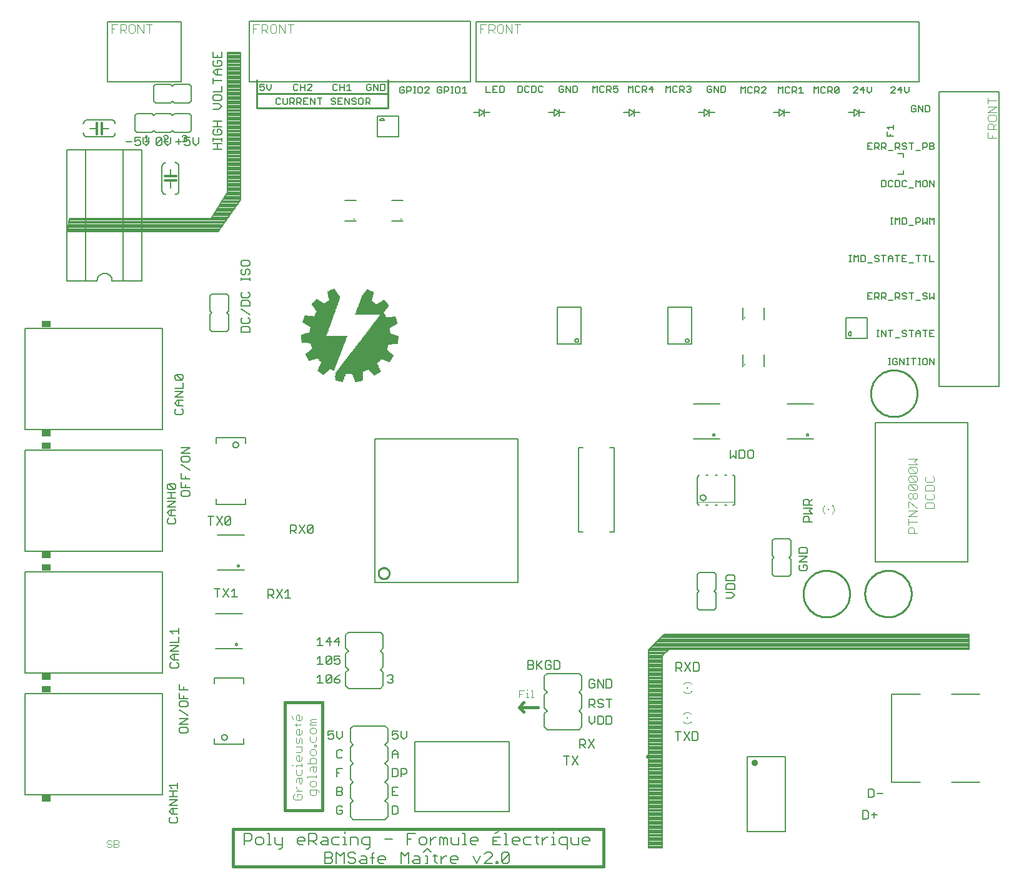
<source format=gto>
G75*
G70*
%OFA0B0*%
%FSLAX24Y24*%
%IPPOS*%
%LPD*%
%AMOC8*
5,1,8,0,0,1.08239X$1,22.5*
%
%ADD10C,0.0050*%
%ADD11C,0.0080*%
%ADD12C,0.0060*%
%ADD13R,0.0050X0.0010*%
%ADD14R,0.0040X0.0010*%
%ADD15R,0.0100X0.0010*%
%ADD16R,0.0090X0.0010*%
%ADD17R,0.0160X0.0010*%
%ADD18R,0.0140X0.0010*%
%ADD19R,0.0220X0.0010*%
%ADD20R,0.0010X0.0010*%
%ADD21R,0.0170X0.0010*%
%ADD22R,0.0260X0.0010*%
%ADD23R,0.0240X0.0010*%
%ADD24R,0.0320X0.0010*%
%ADD25R,0.0290X0.0010*%
%ADD26R,0.0370X0.0010*%
%ADD27R,0.0330X0.0010*%
%ADD28R,0.0420X0.0010*%
%ADD29R,0.0390X0.0010*%
%ADD30R,0.0430X0.0010*%
%ADD31R,0.0440X0.0010*%
%ADD32R,0.0450X0.0010*%
%ADD33R,0.0460X0.0010*%
%ADD34R,0.0470X0.0010*%
%ADD35R,0.0480X0.0010*%
%ADD36R,0.0490X0.0010*%
%ADD37R,0.0500X0.0010*%
%ADD38R,0.0510X0.0010*%
%ADD39R,0.0520X0.0010*%
%ADD40R,0.0530X0.0010*%
%ADD41R,0.0540X0.0010*%
%ADD42R,0.0030X0.0010*%
%ADD43R,0.0080X0.0010*%
%ADD44R,0.0550X0.0010*%
%ADD45R,0.0560X0.0010*%
%ADD46R,0.0130X0.0010*%
%ADD47R,0.0060X0.0010*%
%ADD48R,0.0150X0.0010*%
%ADD49R,0.0190X0.0010*%
%ADD50R,0.0570X0.0010*%
%ADD51R,0.0210X0.0010*%
%ADD52R,0.0580X0.0010*%
%ADD53R,0.0590X0.0010*%
%ADD54R,0.1470X0.0010*%
%ADD55R,0.1450X0.0010*%
%ADD56R,0.0280X0.0010*%
%ADD57R,0.1460X0.0010*%
%ADD58R,0.0380X0.0010*%
%ADD59R,0.0310X0.0010*%
%ADD60R,0.1440X0.0010*%
%ADD61R,0.0410X0.0010*%
%ADD62R,0.0340X0.0010*%
%ADD63R,0.0360X0.0010*%
%ADD64R,0.1420X0.0010*%
%ADD65R,0.1410X0.0010*%
%ADD66R,0.1430X0.0010*%
%ADD67R,0.1490X0.0010*%
%ADD68R,0.1510X0.0010*%
%ADD69R,0.1520X0.0010*%
%ADD70R,0.1540X0.0010*%
%ADD71R,0.0600X0.0010*%
%ADD72R,0.1560X0.0010*%
%ADD73R,0.0110X0.0010*%
%ADD74R,0.1570X0.0010*%
%ADD75R,0.0620X0.0010*%
%ADD76R,0.0610X0.0010*%
%ADD77R,0.1580X0.0010*%
%ADD78R,0.2230X0.0010*%
%ADD79R,0.0180X0.0010*%
%ADD80R,0.2210X0.0010*%
%ADD81R,0.0200X0.0010*%
%ADD82R,0.2200X0.0010*%
%ADD83R,0.0870X0.0010*%
%ADD84R,0.2190X0.0010*%
%ADD85R,0.0860X0.0010*%
%ADD86R,0.2170X0.0010*%
%ADD87R,0.0850X0.0010*%
%ADD88R,0.2150X0.0010*%
%ADD89R,0.2140X0.0010*%
%ADD90R,0.2120X0.0010*%
%ADD91R,0.2110X0.0010*%
%ADD92R,0.2090X0.0010*%
%ADD93R,0.2080X0.0010*%
%ADD94R,0.0840X0.0010*%
%ADD95R,0.2060X0.0010*%
%ADD96R,0.2040X0.0010*%
%ADD97R,0.2030X0.0010*%
%ADD98R,0.2020X0.0010*%
%ADD99R,0.2010X0.0010*%
%ADD100R,0.1990X0.0010*%
%ADD101R,0.1980X0.0010*%
%ADD102R,0.1970X0.0010*%
%ADD103R,0.1950X0.0010*%
%ADD104R,0.1930X0.0010*%
%ADD105R,0.0830X0.0010*%
%ADD106R,0.1920X0.0010*%
%ADD107R,0.1910X0.0010*%
%ADD108R,0.1900X0.0010*%
%ADD109R,0.1890X0.0010*%
%ADD110R,0.1870X0.0010*%
%ADD111R,0.1850X0.0010*%
%ADD112R,0.0820X0.0010*%
%ADD113R,0.1840X0.0010*%
%ADD114R,0.1820X0.0010*%
%ADD115R,0.1830X0.0010*%
%ADD116R,0.0880X0.0010*%
%ADD117R,0.0900X0.0010*%
%ADD118R,0.0910X0.0010*%
%ADD119R,0.0120X0.0010*%
%ADD120R,0.0930X0.0010*%
%ADD121R,0.0940X0.0010*%
%ADD122R,0.0950X0.0010*%
%ADD123R,0.0970X0.0010*%
%ADD124R,0.0270X0.0010*%
%ADD125R,0.1860X0.0010*%
%ADD126R,0.0300X0.0010*%
%ADD127R,0.0980X0.0010*%
%ADD128R,0.1000X0.0010*%
%ADD129R,0.1010X0.0010*%
%ADD130R,0.0250X0.0010*%
%ADD131R,0.1030X0.0010*%
%ADD132R,0.1040X0.0010*%
%ADD133R,0.1050X0.0010*%
%ADD134R,0.0350X0.0010*%
%ADD135R,0.1070X0.0010*%
%ADD136R,0.2400X0.0010*%
%ADD137R,0.2410X0.0010*%
%ADD138R,0.1100X0.0010*%
%ADD139R,0.1110X0.0010*%
%ADD140R,0.1660X0.0010*%
%ADD141R,0.1670X0.0010*%
%ADD142R,0.1690X0.0010*%
%ADD143R,0.2390X0.0010*%
%ADD144R,0.1700X0.0010*%
%ADD145R,0.1710X0.0010*%
%ADD146R,0.1720X0.0010*%
%ADD147R,0.1730X0.0010*%
%ADD148R,0.1740X0.0010*%
%ADD149R,0.2380X0.0010*%
%ADD150R,0.1750X0.0010*%
%ADD151R,0.1760X0.0010*%
%ADD152R,0.1770X0.0010*%
%ADD153R,0.1790X0.0010*%
%ADD154R,0.2360X0.0010*%
%ADD155R,0.2350X0.0010*%
%ADD156R,0.1810X0.0010*%
%ADD157R,0.2330X0.0010*%
%ADD158R,0.2310X0.0010*%
%ADD159R,0.2280X0.0010*%
%ADD160R,0.2250X0.0010*%
%ADD161R,0.2240X0.0010*%
%ADD162R,0.2180X0.0010*%
%ADD163R,0.2160X0.0010*%
%ADD164R,0.1800X0.0010*%
%ADD165R,0.1780X0.0010*%
%ADD166R,0.2070X0.0010*%
%ADD167R,0.1960X0.0010*%
%ADD168R,0.1940X0.0010*%
%ADD169R,0.1880X0.0010*%
%ADD170R,0.1680X0.0010*%
%ADD171R,0.1640X0.0010*%
%ADD172R,0.1650X0.0010*%
%ADD173R,0.1620X0.0010*%
%ADD174R,0.1610X0.0010*%
%ADD175R,0.1630X0.0010*%
%ADD176R,0.0020X0.0010*%
%ADD177R,0.2100X0.0010*%
%ADD178R,0.2300X0.0010*%
%ADD179R,0.2050X0.0010*%
%ADD180R,0.2320X0.0010*%
%ADD181R,0.2000X0.0010*%
%ADD182R,0.2340X0.0010*%
%ADD183R,0.2370X0.0010*%
%ADD184R,0.2420X0.0010*%
%ADD185R,0.2430X0.0010*%
%ADD186R,0.2440X0.0010*%
%ADD187R,0.2460X0.0010*%
%ADD188R,0.2450X0.0010*%
%ADD189R,0.1350X0.0010*%
%ADD190R,0.1360X0.0010*%
%ADD191R,0.1340X0.0010*%
%ADD192R,0.1310X0.0010*%
%ADD193R,0.1280X0.0010*%
%ADD194R,0.1230X0.0010*%
%ADD195R,0.1210X0.0010*%
%ADD196R,0.1390X0.0010*%
%ADD197R,0.1160X0.0010*%
%ADD198R,0.1150X0.0010*%
%ADD199R,0.1120X0.0010*%
%ADD200R,0.1290X0.0010*%
%ADD201R,0.1090X0.0010*%
%ADD202R,0.1270X0.0010*%
%ADD203R,0.1250X0.0010*%
%ADD204R,0.1240X0.0010*%
%ADD205R,0.0960X0.0010*%
%ADD206R,0.1220X0.0010*%
%ADD207R,0.1190X0.0010*%
%ADD208R,0.1180X0.0010*%
%ADD209R,0.1170X0.0010*%
%ADD210R,0.1130X0.0010*%
%ADD211R,0.1140X0.0010*%
%ADD212R,0.0990X0.0010*%
%ADD213R,0.1080X0.0010*%
%ADD214R,0.1060X0.0010*%
%ADD215R,0.1020X0.0010*%
%ADD216R,0.1200X0.0010*%
%ADD217R,0.1260X0.0010*%
%ADD218R,0.1320X0.0010*%
%ADD219R,0.1370X0.0010*%
%ADD220R,0.1400X0.0010*%
%ADD221R,0.1500X0.0010*%
%ADD222R,0.1530X0.0010*%
%ADD223R,0.0400X0.0010*%
%ADD224R,0.0230X0.0010*%
%ADD225R,0.1550X0.0010*%
%ADD226R,0.1480X0.0010*%
%ADD227R,0.1590X0.0010*%
%ADD228R,0.1600X0.0010*%
%ADD229R,0.1330X0.0010*%
%ADD230R,0.0920X0.0010*%
%ADD231R,0.1380X0.0010*%
%ADD232R,0.0630X0.0010*%
%ADD233R,0.0720X0.0010*%
%ADD234R,0.0700X0.0010*%
%ADD235R,0.0690X0.0010*%
%ADD236R,0.0800X0.0010*%
%ADD237R,0.0660X0.0010*%
%ADD238R,0.0780X0.0010*%
%ADD239R,0.0670X0.0010*%
%ADD240R,0.0760X0.0010*%
%ADD241R,0.0650X0.0010*%
%ADD242R,0.0750X0.0010*%
%ADD243R,0.0640X0.0010*%
%ADD244R,0.0710X0.0010*%
%ADD245R,0.0070X0.0010*%
%ADD246C,0.0160*%
%ADD247C,0.0150*%
%ADD248C,0.0030*%
%ADD249C,0.0100*%
%ADD250C,0.0040*%
%ADD251C,0.0348*%
%ADD252C,0.0020*%
%ADD253R,0.0450X0.0364*%
%ADD254R,0.0079X0.0079*%
%ADD255R,0.0059X0.0098*%
%ADD256C,0.0120*%
%ADD257R,0.0098X0.0059*%
%ADD258C,0.0079*%
D10*
X007822Y002815D02*
X007897Y002740D01*
X008197Y002740D01*
X008272Y002815D01*
X008272Y002965D01*
X008197Y003040D01*
X008272Y003200D02*
X007972Y003200D01*
X007822Y003350D01*
X007972Y003501D01*
X008272Y003501D01*
X008272Y003661D02*
X007822Y003661D01*
X008272Y003961D01*
X007822Y003961D01*
X007822Y004121D02*
X008272Y004121D01*
X008047Y004121D02*
X008047Y004421D01*
X007972Y004582D02*
X007822Y004732D01*
X008272Y004732D01*
X008272Y004582D02*
X008272Y004882D01*
X008272Y004421D02*
X007822Y004421D01*
X008047Y003501D02*
X008047Y003200D01*
X007897Y003040D02*
X007822Y002965D01*
X007822Y002815D01*
X011834Y002165D02*
X011834Y001555D01*
X011834Y001758D02*
X012139Y001758D01*
X012241Y001860D01*
X012241Y002064D01*
X012139Y002165D01*
X011834Y002165D01*
X012442Y001860D02*
X012442Y001657D01*
X012544Y001555D01*
X012747Y001555D01*
X012849Y001657D01*
X012849Y001860D01*
X012747Y001962D01*
X012544Y001962D01*
X012442Y001860D01*
X013050Y001555D02*
X013253Y001555D01*
X013151Y001555D02*
X013151Y002165D01*
X013050Y002165D01*
X013455Y001962D02*
X013455Y001657D01*
X013556Y001555D01*
X013862Y001555D01*
X013862Y001453D02*
X013760Y001351D01*
X013658Y001351D01*
X013862Y001453D02*
X013862Y001962D01*
X014670Y001860D02*
X014670Y001657D01*
X014772Y001555D01*
X014975Y001555D01*
X015077Y001758D02*
X014670Y001758D01*
X014670Y001860D02*
X014772Y001962D01*
X014975Y001962D01*
X015077Y001860D01*
X015077Y001758D01*
X015278Y001758D02*
X015583Y001758D01*
X015685Y001860D01*
X015685Y002064D01*
X015583Y002165D01*
X015278Y002165D01*
X015278Y001555D01*
X015481Y001758D02*
X015685Y001555D01*
X015886Y001657D02*
X015987Y001758D01*
X016293Y001758D01*
X016293Y001860D02*
X016293Y001555D01*
X015987Y001555D01*
X015886Y001657D01*
X015987Y001962D02*
X016191Y001962D01*
X016293Y001860D01*
X016493Y001860D02*
X016493Y001657D01*
X016595Y001555D01*
X016900Y001555D01*
X017101Y001555D02*
X017305Y001555D01*
X017203Y001555D02*
X017203Y001962D01*
X017101Y001962D01*
X016900Y001962D02*
X016595Y001962D01*
X016493Y001860D01*
X017203Y002165D02*
X017203Y002267D01*
X017506Y001962D02*
X017506Y001555D01*
X017456Y001175D02*
X017354Y001074D01*
X017354Y000972D01*
X017456Y000870D01*
X017659Y000870D01*
X017761Y000768D01*
X017761Y000667D01*
X017659Y000565D01*
X017456Y000565D01*
X017354Y000667D01*
X017154Y000565D02*
X017154Y001175D01*
X016950Y000972D01*
X016747Y001175D01*
X016747Y000565D01*
X016546Y000667D02*
X016444Y000565D01*
X016139Y000565D01*
X016139Y001175D01*
X016444Y001175D01*
X016546Y001074D01*
X016546Y000972D01*
X016444Y000870D01*
X016139Y000870D01*
X016444Y000870D02*
X016546Y000768D01*
X016546Y000667D01*
X017456Y001175D02*
X017659Y001175D01*
X017761Y001074D01*
X018064Y000972D02*
X018267Y000972D01*
X018369Y000870D01*
X018369Y000565D01*
X018064Y000565D01*
X017962Y000667D01*
X018064Y000768D01*
X018369Y000768D01*
X018570Y000870D02*
X018773Y000870D01*
X018975Y000870D02*
X019077Y000972D01*
X019280Y000972D01*
X019382Y000870D01*
X019382Y000768D01*
X018975Y000768D01*
X018975Y000667D02*
X018975Y000870D01*
X018975Y000667D02*
X019077Y000565D01*
X019280Y000565D01*
X018671Y000565D02*
X018671Y001074D01*
X018773Y001175D01*
X018521Y001453D02*
X018521Y001962D01*
X018216Y001962D01*
X018114Y001860D01*
X018114Y001657D01*
X018216Y001555D01*
X018521Y001555D01*
X018521Y001453D02*
X018419Y001351D01*
X018317Y001351D01*
X017913Y001555D02*
X017913Y001860D01*
X017811Y001962D01*
X017506Y001962D01*
X016987Y003190D02*
X016837Y003190D01*
X016762Y003265D01*
X016762Y003565D01*
X016837Y003640D01*
X016987Y003640D01*
X017062Y003565D01*
X017062Y003415D02*
X016912Y003415D01*
X017062Y003415D02*
X017062Y003265D01*
X016987Y003190D01*
X016987Y004190D02*
X016762Y004190D01*
X016762Y004640D01*
X016987Y004640D01*
X017062Y004565D01*
X017062Y004490D01*
X016987Y004415D01*
X016762Y004415D01*
X016987Y004415D02*
X017062Y004340D01*
X017062Y004265D01*
X016987Y004190D01*
X016762Y005190D02*
X016762Y005640D01*
X017062Y005640D01*
X016912Y005415D02*
X016762Y005415D01*
X016837Y006190D02*
X016987Y006190D01*
X017062Y006265D01*
X016837Y006190D02*
X016762Y006265D01*
X016762Y006565D01*
X016837Y006640D01*
X016987Y006640D01*
X017062Y006565D01*
X016912Y007190D02*
X016762Y007340D01*
X016762Y007640D01*
X016602Y007640D02*
X016302Y007640D01*
X016302Y007415D01*
X016452Y007490D01*
X016527Y007490D01*
X016602Y007415D01*
X016602Y007265D01*
X016527Y007190D01*
X016377Y007190D01*
X016302Y007265D01*
X016912Y007190D02*
X017062Y007340D01*
X017062Y007640D01*
X019722Y007640D02*
X019722Y007415D01*
X019873Y007490D01*
X019948Y007490D01*
X020023Y007415D01*
X020023Y007265D01*
X019948Y007190D01*
X019798Y007190D01*
X019722Y007265D01*
X019722Y007640D02*
X020023Y007640D01*
X020183Y007640D02*
X020183Y007340D01*
X020333Y007190D01*
X020483Y007340D01*
X020483Y007640D01*
X019873Y006640D02*
X020023Y006490D01*
X020023Y006190D01*
X020023Y006415D02*
X019722Y006415D01*
X019722Y006490D02*
X019722Y006190D01*
X019722Y006490D02*
X019873Y006640D01*
X019948Y005640D02*
X019722Y005640D01*
X019722Y005190D01*
X019948Y005190D01*
X020023Y005265D01*
X020023Y005565D01*
X019948Y005640D01*
X020183Y005640D02*
X020183Y005190D01*
X020183Y005340D02*
X020408Y005340D01*
X020483Y005415D01*
X020483Y005565D01*
X020408Y005640D01*
X020183Y005640D01*
X020023Y004640D02*
X019722Y004640D01*
X019722Y004190D01*
X020023Y004190D01*
X019873Y004415D02*
X019722Y004415D01*
X019722Y003640D02*
X019948Y003640D01*
X020023Y003565D01*
X020023Y003265D01*
X019948Y003190D01*
X019722Y003190D01*
X019722Y003640D01*
X020545Y002165D02*
X020952Y002165D01*
X021254Y001962D02*
X021152Y001860D01*
X021152Y001657D01*
X021254Y001555D01*
X021458Y001555D01*
X021559Y001657D01*
X021559Y001860D01*
X021458Y001962D01*
X021254Y001962D01*
X021760Y001962D02*
X021760Y001555D01*
X021760Y001758D02*
X021964Y001962D01*
X022065Y001962D01*
X022267Y001962D02*
X022267Y001555D01*
X022470Y001555D02*
X022470Y001860D01*
X022572Y001962D01*
X022674Y001860D01*
X022674Y001555D01*
X022874Y001657D02*
X022874Y001962D01*
X022874Y001657D02*
X022976Y001555D01*
X023281Y001555D01*
X023281Y001962D01*
X023482Y002165D02*
X023584Y002165D01*
X023584Y001555D01*
X023482Y001555D02*
X023686Y001555D01*
X023887Y001657D02*
X023887Y001860D01*
X023989Y001962D01*
X024192Y001962D01*
X024294Y001860D01*
X024294Y001758D01*
X023887Y001758D01*
X023887Y001657D02*
X023989Y001555D01*
X024192Y001555D01*
X024039Y000972D02*
X024243Y000565D01*
X024446Y000972D01*
X024647Y001074D02*
X024749Y001175D01*
X024952Y001175D01*
X025054Y001074D01*
X025054Y000972D01*
X024647Y000565D01*
X025054Y000565D01*
X025255Y000565D02*
X025356Y000565D01*
X025356Y000667D01*
X025255Y000667D01*
X025255Y000565D01*
X025558Y000667D02*
X025558Y001074D01*
X025660Y001175D01*
X025864Y001175D01*
X025965Y001074D01*
X025558Y000667D01*
X025660Y000565D01*
X025864Y000565D01*
X025965Y000667D01*
X025965Y001074D01*
X025914Y001555D02*
X025710Y001555D01*
X025812Y001555D02*
X025812Y002165D01*
X025710Y002165D01*
X025510Y001962D02*
X025103Y001962D01*
X025103Y001555D01*
X025510Y001555D01*
X025306Y001758D02*
X025103Y001758D01*
X025204Y002165D02*
X025408Y002267D01*
X026116Y001860D02*
X026116Y001657D01*
X026217Y001555D01*
X026421Y001555D01*
X026523Y001758D02*
X026116Y001758D01*
X026116Y001860D02*
X026217Y001962D01*
X026421Y001962D01*
X026523Y001860D01*
X026523Y001758D01*
X026723Y001657D02*
X026825Y001555D01*
X027130Y001555D01*
X027433Y001657D02*
X027433Y002064D01*
X027534Y001962D02*
X027331Y001962D01*
X027130Y001962D02*
X026825Y001962D01*
X026723Y001860D01*
X026723Y001657D01*
X027433Y001657D02*
X027534Y001555D01*
X027736Y001555D02*
X027736Y001962D01*
X027736Y001758D02*
X027940Y001962D01*
X028041Y001962D01*
X028243Y001962D02*
X028344Y001962D01*
X028344Y001555D01*
X028243Y001555D02*
X028446Y001555D01*
X028648Y001657D02*
X028648Y001860D01*
X028749Y001962D01*
X029055Y001962D01*
X029055Y001351D01*
X029055Y001555D02*
X028749Y001555D01*
X028648Y001657D01*
X028344Y002165D02*
X028344Y002267D01*
X029255Y001962D02*
X029255Y001657D01*
X029357Y001555D01*
X029662Y001555D01*
X029662Y001962D01*
X029863Y001860D02*
X029965Y001962D01*
X030168Y001962D01*
X030270Y001860D01*
X030270Y001758D01*
X029863Y001758D01*
X029863Y001657D02*
X029863Y001860D01*
X029863Y001657D02*
X029965Y001555D01*
X030168Y001555D01*
X029633Y005840D02*
X029333Y006290D01*
X029173Y006290D02*
X028872Y006290D01*
X029023Y006290D02*
X029023Y005840D01*
X029333Y005840D02*
X029633Y006290D01*
X029722Y006740D02*
X029722Y007190D01*
X029948Y007190D01*
X030023Y007115D01*
X030023Y006965D01*
X029948Y006890D01*
X029722Y006890D01*
X029873Y006890D02*
X030023Y006740D01*
X030183Y006740D02*
X030483Y007190D01*
X030183Y007190D02*
X030483Y006740D01*
X030373Y007990D02*
X030523Y008140D01*
X030523Y008440D01*
X030683Y008440D02*
X030683Y007990D01*
X030908Y007990D01*
X030983Y008065D01*
X030983Y008365D01*
X030908Y008440D01*
X030683Y008440D01*
X030758Y008890D02*
X030683Y008965D01*
X030758Y008890D02*
X030908Y008890D01*
X030983Y008965D01*
X030983Y009040D01*
X030908Y009115D01*
X030758Y009115D01*
X030683Y009190D01*
X030683Y009265D01*
X030758Y009340D01*
X030908Y009340D01*
X030983Y009265D01*
X031143Y009340D02*
X031444Y009340D01*
X031293Y009340D02*
X031293Y008890D01*
X031368Y008440D02*
X031143Y008440D01*
X031143Y007990D01*
X031368Y007990D01*
X031444Y008065D01*
X031444Y008365D01*
X031368Y008440D01*
X030523Y008890D02*
X030373Y009040D01*
X030448Y009040D02*
X030222Y009040D01*
X030222Y008890D02*
X030222Y009340D01*
X030448Y009340D01*
X030523Y009265D01*
X030523Y009115D01*
X030448Y009040D01*
X030222Y008440D02*
X030222Y008140D01*
X030373Y007990D01*
X030448Y009940D02*
X030523Y010015D01*
X030523Y010165D01*
X030373Y010165D01*
X030523Y010315D02*
X030448Y010390D01*
X030298Y010390D01*
X030222Y010315D01*
X030222Y010015D01*
X030298Y009940D01*
X030448Y009940D01*
X030683Y009940D02*
X030683Y010390D01*
X030983Y009940D01*
X030983Y010390D01*
X031143Y010390D02*
X031143Y009940D01*
X031368Y009940D01*
X031444Y010015D01*
X031444Y010315D01*
X031368Y010390D01*
X031143Y010390D01*
X028654Y011015D02*
X028654Y011315D01*
X028579Y011390D01*
X028354Y011390D01*
X028354Y010940D01*
X028579Y010940D01*
X028654Y011015D01*
X028194Y011015D02*
X028194Y011165D01*
X028043Y011165D01*
X027893Y011015D02*
X027968Y010940D01*
X028118Y010940D01*
X028194Y011015D01*
X028194Y011315D02*
X028118Y011390D01*
X027968Y011390D01*
X027893Y011315D01*
X027893Y011015D01*
X027733Y010940D02*
X027508Y011165D01*
X027433Y011090D02*
X027733Y011390D01*
X027433Y011390D02*
X027433Y010940D01*
X027273Y011015D02*
X027273Y011090D01*
X027198Y011165D01*
X026972Y011165D01*
X026972Y010940D02*
X026972Y011390D01*
X027198Y011390D01*
X027273Y011315D01*
X027273Y011240D01*
X027198Y011165D01*
X027273Y011015D02*
X027198Y010940D01*
X026972Y010940D01*
X019773Y010565D02*
X019773Y010490D01*
X019698Y010415D01*
X019773Y010340D01*
X019773Y010265D01*
X019698Y010190D01*
X019548Y010190D01*
X019472Y010265D01*
X019623Y010415D02*
X019698Y010415D01*
X019773Y010565D02*
X019698Y010640D01*
X019548Y010640D01*
X019472Y010565D01*
X016944Y010640D02*
X016793Y010565D01*
X016643Y010415D01*
X016868Y010415D01*
X016944Y010340D01*
X016944Y010265D01*
X016868Y010190D01*
X016718Y010190D01*
X016643Y010265D01*
X016643Y010415D01*
X016483Y010265D02*
X016408Y010190D01*
X016258Y010190D01*
X016183Y010265D01*
X016483Y010565D01*
X016483Y010265D01*
X016183Y010265D02*
X016183Y010565D01*
X016258Y010640D01*
X016408Y010640D01*
X016483Y010565D01*
X016023Y010190D02*
X015722Y010190D01*
X015873Y010190D02*
X015873Y010640D01*
X015722Y010490D01*
X015722Y011190D02*
X016023Y011190D01*
X015873Y011190D02*
X015873Y011640D01*
X015722Y011490D01*
X016183Y011565D02*
X016258Y011640D01*
X016408Y011640D01*
X016483Y011565D01*
X016183Y011265D01*
X016258Y011190D01*
X016408Y011190D01*
X016483Y011265D01*
X016483Y011565D01*
X016643Y011640D02*
X016643Y011415D01*
X016793Y011490D01*
X016868Y011490D01*
X016944Y011415D01*
X016944Y011265D01*
X016868Y011190D01*
X016718Y011190D01*
X016643Y011265D01*
X016643Y011640D02*
X016944Y011640D01*
X016868Y012190D02*
X016868Y012640D01*
X016643Y012415D01*
X016944Y012415D01*
X016483Y012415D02*
X016183Y012415D01*
X016408Y012640D01*
X016408Y012190D01*
X016023Y012190D02*
X015722Y012190D01*
X015873Y012190D02*
X015873Y012640D01*
X015722Y012490D01*
X016183Y011565D02*
X016183Y011265D01*
X014312Y014740D02*
X014012Y014740D01*
X014162Y014740D02*
X014162Y015190D01*
X014012Y015040D01*
X013852Y015190D02*
X013552Y014740D01*
X013392Y014740D02*
X013241Y014890D01*
X013316Y014890D02*
X013091Y014890D01*
X013091Y014740D02*
X013091Y015190D01*
X013316Y015190D01*
X013392Y015115D01*
X013392Y014965D01*
X013316Y014890D01*
X013552Y015190D02*
X013852Y014740D01*
X011462Y014790D02*
X011162Y014790D01*
X011312Y014790D02*
X011312Y015240D01*
X011162Y015090D01*
X011002Y015240D02*
X010702Y014790D01*
X011002Y014790D02*
X010702Y015240D01*
X010542Y015240D02*
X010241Y015240D01*
X010391Y015240D02*
X010391Y014790D01*
X008322Y013132D02*
X008322Y012832D01*
X008322Y012982D02*
X007872Y012982D01*
X008022Y012832D01*
X008322Y012671D02*
X008322Y012371D01*
X007872Y012371D01*
X007872Y012211D02*
X008322Y012211D01*
X007872Y011911D01*
X008322Y011911D01*
X008322Y011751D02*
X008022Y011751D01*
X007872Y011600D01*
X008022Y011450D01*
X008322Y011450D01*
X008247Y011290D02*
X008322Y011215D01*
X008322Y011065D01*
X008247Y010990D01*
X007947Y010990D01*
X007872Y011065D01*
X007872Y011215D01*
X007947Y011290D01*
X008097Y011450D02*
X008097Y011751D01*
X008372Y010142D02*
X008372Y009842D01*
X008822Y009842D01*
X008597Y009842D02*
X008597Y009992D01*
X008372Y009682D02*
X008372Y009382D01*
X008822Y009382D01*
X008747Y009221D02*
X008447Y009221D01*
X008372Y009146D01*
X008372Y008996D01*
X008447Y008921D01*
X008747Y008921D01*
X008822Y008996D01*
X008822Y009146D01*
X008747Y009221D01*
X008597Y009382D02*
X008597Y009532D01*
X008372Y008761D02*
X008822Y008461D01*
X008822Y008301D02*
X008372Y008301D01*
X008372Y008000D02*
X008822Y008301D01*
X008822Y008000D02*
X008372Y008000D01*
X008447Y007840D02*
X008372Y007765D01*
X008372Y007615D01*
X008447Y007540D01*
X008747Y007540D01*
X008822Y007615D01*
X008822Y007765D01*
X008747Y007840D01*
X008447Y007840D01*
X019329Y001860D02*
X019736Y001860D01*
X020545Y001860D02*
X020748Y001860D01*
X020545Y001555D02*
X020545Y002165D01*
X020597Y001175D02*
X020394Y000972D01*
X020190Y001175D01*
X020190Y000565D01*
X020597Y000565D02*
X020597Y001175D01*
X020900Y000972D02*
X021103Y000972D01*
X021205Y000870D01*
X021205Y000565D01*
X020900Y000565D01*
X020798Y000667D01*
X020900Y000768D01*
X021205Y000768D01*
X021507Y000565D02*
X021609Y000565D01*
X021609Y000972D01*
X021507Y000972D01*
X021406Y001175D02*
X021609Y001379D01*
X021813Y001175D01*
X022014Y001074D02*
X022014Y000667D01*
X022116Y000565D01*
X022317Y000565D02*
X022317Y000972D01*
X022116Y000972D02*
X021912Y000972D01*
X022317Y000768D02*
X022521Y000972D01*
X022623Y000972D01*
X022824Y000870D02*
X022925Y000972D01*
X023129Y000972D01*
X023231Y000870D01*
X023231Y000768D01*
X022824Y000768D01*
X022824Y000667D02*
X022824Y000870D01*
X022824Y000667D02*
X022925Y000565D01*
X023129Y000565D01*
X022470Y001860D02*
X022368Y001962D01*
X022267Y001962D01*
X034973Y007140D02*
X034973Y007590D01*
X035123Y007590D02*
X034822Y007590D01*
X035283Y007590D02*
X035583Y007140D01*
X035743Y007140D02*
X035968Y007140D01*
X036044Y007215D01*
X036044Y007515D01*
X035968Y007590D01*
X035743Y007590D01*
X035743Y007140D01*
X035283Y007140D02*
X035583Y007590D01*
X035633Y010840D02*
X035333Y011290D01*
X035173Y011215D02*
X035173Y011065D01*
X035098Y010990D01*
X034872Y010990D01*
X034872Y010840D02*
X034872Y011290D01*
X035098Y011290D01*
X035173Y011215D01*
X035023Y010990D02*
X035173Y010840D01*
X035333Y010840D02*
X035633Y011290D01*
X035793Y011290D02*
X036018Y011290D01*
X036094Y011215D01*
X036094Y010915D01*
X036018Y010840D01*
X035793Y010840D01*
X035793Y011290D01*
X037543Y014753D02*
X037843Y014753D01*
X037994Y014903D01*
X037843Y015053D01*
X037543Y015053D01*
X037543Y015213D02*
X037543Y015438D01*
X037618Y015513D01*
X037918Y015513D01*
X037994Y015438D01*
X037994Y015213D01*
X037543Y015213D01*
X037543Y015673D02*
X037543Y015898D01*
X037618Y015974D01*
X037918Y015974D01*
X037994Y015898D01*
X037994Y015673D01*
X037543Y015673D01*
X041425Y016288D02*
X041500Y016213D01*
X041800Y016213D01*
X041875Y016288D01*
X041875Y016438D01*
X041800Y016513D01*
X041650Y016513D01*
X041650Y016363D01*
X041500Y016513D02*
X041425Y016438D01*
X041425Y016288D01*
X041425Y016673D02*
X041875Y016974D01*
X041425Y016974D01*
X041425Y017134D02*
X041425Y017359D01*
X041500Y017434D01*
X041800Y017434D01*
X041875Y017359D01*
X041875Y017134D01*
X041425Y017134D01*
X041425Y016673D02*
X041875Y016673D01*
X041972Y018790D02*
X041972Y019015D01*
X041897Y019090D01*
X041747Y019090D01*
X041672Y019015D01*
X041672Y018790D01*
X042122Y018790D01*
X042122Y019250D02*
X041972Y019400D01*
X042122Y019551D01*
X041672Y019551D01*
X041672Y019711D02*
X041672Y019936D01*
X041747Y020011D01*
X041897Y020011D01*
X041972Y019936D01*
X041972Y019711D01*
X041972Y019861D02*
X042122Y020011D01*
X042122Y019711D02*
X041672Y019711D01*
X041672Y019250D02*
X042122Y019250D01*
X045497Y016665D02*
X045497Y024115D01*
X050447Y024115D01*
X050447Y016665D01*
X045497Y016665D01*
X038994Y022265D02*
X038994Y022565D01*
X038918Y022640D01*
X038768Y022640D01*
X038693Y022565D01*
X038693Y022265D01*
X038768Y022190D01*
X038918Y022190D01*
X038994Y022265D01*
X038533Y022265D02*
X038533Y022565D01*
X038458Y022640D01*
X038233Y022640D01*
X038233Y022190D01*
X038458Y022190D01*
X038533Y022265D01*
X038073Y022190D02*
X038073Y022640D01*
X037772Y022640D02*
X037772Y022190D01*
X037923Y022340D01*
X038073Y022190D01*
X048883Y026025D02*
X052112Y026025D01*
X052112Y041773D01*
X048883Y041773D01*
X048883Y026025D01*
X044622Y040477D02*
X044622Y040665D01*
X044935Y040665D01*
X044622Y040665D02*
X044372Y040477D01*
X044372Y040665D01*
X044060Y040665D01*
X044372Y040665D02*
X044372Y040852D01*
X044622Y040665D01*
X044622Y040852D01*
X047824Y042301D02*
X047824Y045490D01*
X024202Y045490D01*
X024202Y042301D01*
X047824Y042301D01*
X040935Y040665D02*
X040622Y040665D01*
X040622Y040477D01*
X040622Y040665D02*
X040372Y040852D01*
X040372Y040665D01*
X040060Y040665D01*
X040372Y040665D02*
X040372Y040477D01*
X040622Y040665D01*
X040622Y040852D01*
X036935Y040665D02*
X036622Y040665D01*
X036622Y040477D01*
X036622Y040665D02*
X036372Y040852D01*
X036372Y040665D01*
X036060Y040665D01*
X036372Y040665D02*
X036372Y040477D01*
X036622Y040665D01*
X036622Y040852D01*
X032935Y040665D02*
X032622Y040665D01*
X032622Y040477D01*
X032622Y040665D02*
X032372Y040477D01*
X032372Y040665D01*
X032060Y040665D01*
X032372Y040665D02*
X032372Y040852D01*
X032622Y040665D01*
X032622Y040852D01*
X028935Y040665D02*
X028622Y040665D01*
X028622Y040477D01*
X028622Y040665D02*
X028372Y040852D01*
X028372Y040665D01*
X028060Y040665D01*
X028372Y040665D02*
X028372Y040477D01*
X028622Y040665D01*
X028622Y040852D01*
X024935Y040665D02*
X024622Y040665D01*
X024622Y040477D01*
X024622Y040665D02*
X024372Y040477D01*
X024372Y040665D01*
X024060Y040665D01*
X024372Y040665D02*
X024372Y040852D01*
X024622Y040665D01*
X024622Y040852D01*
X023903Y042301D02*
X023903Y045529D01*
X012092Y045529D01*
X012092Y042301D01*
X023903Y042301D01*
X012122Y032695D02*
X012047Y032770D01*
X011747Y032770D01*
X011672Y032695D01*
X011672Y032545D01*
X011747Y032470D01*
X012047Y032470D01*
X012122Y032545D01*
X012122Y032695D01*
X012047Y032309D02*
X012122Y032234D01*
X012122Y032084D01*
X012047Y032009D01*
X011897Y032084D02*
X011897Y032234D01*
X011972Y032309D01*
X012047Y032309D01*
X011897Y032084D02*
X011822Y032009D01*
X011747Y032009D01*
X011672Y032084D01*
X011672Y032234D01*
X011747Y032309D01*
X011672Y031852D02*
X011672Y031702D01*
X011672Y031777D02*
X012122Y031777D01*
X012122Y031702D02*
X012122Y031852D01*
X012047Y031082D02*
X012122Y031007D01*
X012122Y030857D01*
X012047Y030782D01*
X011747Y030782D01*
X011672Y030857D01*
X011672Y031007D01*
X011747Y031082D01*
X011747Y030621D02*
X011672Y030546D01*
X011672Y030321D01*
X012122Y030321D01*
X012122Y030546D01*
X012047Y030621D01*
X011747Y030621D01*
X011672Y030161D02*
X012122Y029861D01*
X012047Y029701D02*
X012122Y029626D01*
X012122Y029475D01*
X012047Y029400D01*
X011747Y029400D01*
X011672Y029475D01*
X011672Y029626D01*
X011747Y029701D01*
X011747Y029240D02*
X011672Y029165D01*
X011672Y028940D01*
X012122Y028940D01*
X012122Y029165D01*
X012047Y029240D01*
X011747Y029240D01*
X008572Y026607D02*
X008572Y026457D01*
X008497Y026382D01*
X008197Y026682D01*
X008497Y026682D01*
X008572Y026607D01*
X008497Y026382D02*
X008197Y026382D01*
X008122Y026457D01*
X008122Y026607D01*
X008197Y026682D01*
X008572Y026221D02*
X008572Y025921D01*
X008122Y025921D01*
X008122Y025761D02*
X008572Y025761D01*
X008122Y025461D01*
X008572Y025461D01*
X008572Y025301D02*
X008272Y025301D01*
X008122Y025150D01*
X008272Y025000D01*
X008572Y025000D01*
X008497Y024840D02*
X008572Y024765D01*
X008572Y024615D01*
X008497Y024540D01*
X008197Y024540D01*
X008122Y024615D01*
X008122Y024765D01*
X008197Y024840D01*
X008347Y025000D02*
X008347Y025301D01*
X008472Y022780D02*
X008922Y022780D01*
X008472Y022480D01*
X008922Y022480D01*
X008847Y022319D02*
X008547Y022319D01*
X008472Y022244D01*
X008472Y022094D01*
X008547Y022019D01*
X008847Y022019D01*
X008922Y022094D01*
X008922Y022244D01*
X008847Y022319D01*
X008472Y021859D02*
X008922Y021559D01*
X008697Y021249D02*
X008697Y021098D01*
X008472Y021098D02*
X008472Y021399D01*
X008472Y021098D02*
X008922Y021098D01*
X008697Y020788D02*
X008697Y020638D01*
X008547Y020478D02*
X008472Y020403D01*
X008472Y020253D01*
X008547Y020178D01*
X008847Y020178D01*
X008922Y020253D01*
X008922Y020403D01*
X008847Y020478D01*
X008547Y020478D01*
X008472Y020638D02*
X008472Y020938D01*
X008472Y020638D02*
X008922Y020638D01*
X008172Y020607D02*
X008172Y020757D01*
X008097Y020832D01*
X007797Y020832D01*
X008097Y020532D01*
X008172Y020607D01*
X008097Y020532D02*
X007797Y020532D01*
X007722Y020607D01*
X007722Y020757D01*
X007797Y020832D01*
X007722Y020371D02*
X008172Y020371D01*
X007947Y020371D02*
X007947Y020071D01*
X008172Y020071D02*
X007722Y020071D01*
X007722Y019911D02*
X008172Y019911D01*
X007722Y019611D01*
X008172Y019611D01*
X008172Y019451D02*
X007872Y019451D01*
X007722Y019300D01*
X007872Y019150D01*
X008172Y019150D01*
X008097Y018990D02*
X008172Y018915D01*
X008172Y018765D01*
X008097Y018690D01*
X007797Y018690D01*
X007722Y018765D01*
X007722Y018915D01*
X007797Y018990D01*
X007947Y019150D02*
X007947Y019451D01*
X009891Y019090D02*
X010192Y019090D01*
X010041Y019090D02*
X010041Y018640D01*
X010352Y018640D02*
X010652Y019090D01*
X010812Y019015D02*
X010887Y019090D01*
X011037Y019090D01*
X011112Y019015D01*
X010812Y018715D01*
X010887Y018640D01*
X011037Y018640D01*
X011112Y018715D01*
X011112Y019015D01*
X010812Y019015D02*
X010812Y018715D01*
X010652Y018640D02*
X010352Y019090D01*
X014291Y018640D02*
X014291Y018190D01*
X014291Y018340D02*
X014516Y018340D01*
X014592Y018415D01*
X014592Y018565D01*
X014516Y018640D01*
X014291Y018640D01*
X014441Y018340D02*
X014592Y018190D01*
X014752Y018190D02*
X015052Y018640D01*
X015212Y018565D02*
X015287Y018640D01*
X015437Y018640D01*
X015512Y018565D01*
X015212Y018265D01*
X015287Y018190D01*
X015437Y018190D01*
X015512Y018265D01*
X015512Y018565D01*
X015212Y018565D02*
X015212Y018265D01*
X015052Y018190D02*
X014752Y018640D01*
X010622Y038690D02*
X010172Y038690D01*
X010397Y038690D02*
X010397Y038990D01*
X010172Y038990D02*
X010622Y038990D01*
X010622Y039150D02*
X010622Y039300D01*
X010622Y039225D02*
X010172Y039225D01*
X010172Y039150D02*
X010172Y039300D01*
X010247Y039457D02*
X010547Y039457D01*
X010622Y039532D01*
X010622Y039682D01*
X010547Y039758D01*
X010397Y039758D01*
X010397Y039607D01*
X010247Y039457D02*
X010172Y039532D01*
X010172Y039682D01*
X010247Y039758D01*
X010172Y039918D02*
X010622Y039918D01*
X010397Y039918D02*
X010397Y040218D01*
X010172Y040218D02*
X010622Y040218D01*
X010472Y040838D02*
X010622Y040989D01*
X010472Y041139D01*
X010172Y041139D01*
X010247Y041299D02*
X010547Y041299D01*
X010622Y041374D01*
X010622Y041524D01*
X010547Y041599D01*
X010247Y041599D01*
X010172Y041524D01*
X010172Y041374D01*
X010247Y041299D01*
X010172Y041759D02*
X010622Y041759D01*
X010622Y042059D01*
X010622Y042370D02*
X010172Y042370D01*
X010172Y042220D02*
X010172Y042520D01*
X010322Y042680D02*
X010172Y042830D01*
X010322Y042980D01*
X010622Y042980D01*
X010547Y043140D02*
X010622Y043215D01*
X010622Y043366D01*
X010547Y043441D01*
X010397Y043441D01*
X010397Y043291D01*
X010247Y043441D02*
X010172Y043366D01*
X010172Y043215D01*
X010247Y043140D01*
X010547Y043140D01*
X010397Y042980D02*
X010397Y042680D01*
X010322Y042680D02*
X010622Y042680D01*
X010622Y043601D02*
X010172Y043601D01*
X010172Y043901D01*
X010397Y043751D02*
X010397Y043601D01*
X010622Y043601D02*
X010622Y043901D01*
X008482Y045490D02*
X008482Y042301D01*
X004545Y042301D01*
X004545Y045490D01*
X008482Y045490D01*
X010172Y040838D02*
X010472Y040838D01*
X009394Y039340D02*
X009394Y039040D01*
X009243Y038890D01*
X009093Y039040D01*
X009093Y039340D01*
X008933Y039340D02*
X008633Y039340D01*
X008633Y039115D01*
X008783Y039190D01*
X008858Y039190D01*
X008933Y039115D01*
X008933Y038965D01*
X008858Y038890D01*
X008708Y038890D01*
X008633Y038965D01*
X008579Y039090D02*
X008522Y039147D01*
X008473Y039115D02*
X008172Y039115D01*
X008323Y039265D02*
X008323Y038965D01*
X008579Y039090D02*
X008693Y039090D01*
X008749Y039147D01*
X008749Y039203D01*
X008693Y039260D01*
X008636Y039260D01*
X008693Y039260D02*
X008749Y039317D01*
X008749Y039374D01*
X008693Y039430D01*
X008579Y039430D01*
X008522Y039374D01*
X007883Y039340D02*
X007883Y039040D01*
X007733Y038890D01*
X007583Y039040D01*
X007583Y039340D01*
X007522Y039374D02*
X007579Y039430D01*
X007693Y039430D01*
X007749Y039374D01*
X007749Y039317D01*
X007522Y039090D01*
X007749Y039090D01*
X007423Y038965D02*
X007348Y038890D01*
X007198Y038890D01*
X007122Y038965D01*
X007423Y039265D01*
X007423Y038965D01*
X007423Y039265D02*
X007348Y039340D01*
X007198Y039340D01*
X007122Y039265D01*
X007122Y038965D01*
X006744Y039040D02*
X006744Y039340D01*
X006636Y039430D02*
X006636Y039090D01*
X006749Y039090D02*
X006522Y039090D01*
X006443Y039040D02*
X006593Y038890D01*
X006744Y039040D01*
X006443Y039040D02*
X006443Y039340D01*
X006522Y039317D02*
X006636Y039430D01*
X006283Y039340D02*
X005983Y039340D01*
X005983Y039115D01*
X006133Y039190D01*
X006208Y039190D01*
X006283Y039115D01*
X006283Y038965D01*
X006208Y038890D01*
X006058Y038890D01*
X005983Y038965D01*
X005823Y039115D02*
X005522Y039115D01*
X045122Y004540D02*
X045348Y004540D01*
X045423Y004465D01*
X045423Y004165D01*
X045348Y004090D01*
X045122Y004090D01*
X045122Y004540D01*
X045583Y004315D02*
X045883Y004315D01*
X045433Y003315D02*
X045433Y003015D01*
X045283Y003165D02*
X045583Y003165D01*
X045123Y003015D02*
X045123Y003315D01*
X045048Y003390D01*
X044822Y003390D01*
X044822Y002940D01*
X045048Y002940D01*
X045123Y003015D01*
D11*
X046378Y004895D02*
X047914Y004895D01*
X046378Y004895D02*
X046378Y009620D01*
X047914Y009620D01*
X049567Y009620D02*
X051063Y009620D01*
X050497Y012015D02*
X034497Y012015D01*
X034147Y011665D01*
X034147Y001415D01*
X033397Y001415D01*
X033397Y011965D01*
X034247Y012815D01*
X050497Y012815D01*
X050497Y012015D01*
X050497Y012079D02*
X033512Y012079D01*
X033590Y012158D02*
X050497Y012158D01*
X050497Y012236D02*
X033669Y012236D01*
X033747Y012315D02*
X050497Y012315D01*
X050497Y012393D02*
X033826Y012393D01*
X033904Y012472D02*
X050497Y012472D01*
X050497Y012550D02*
X033983Y012550D01*
X034061Y012629D02*
X050497Y012629D01*
X050497Y012707D02*
X034140Y012707D01*
X034218Y012786D02*
X050497Y012786D01*
X051063Y004895D02*
X049567Y004895D01*
X040713Y006276D02*
X040713Y002260D01*
X038666Y002260D01*
X038666Y006276D01*
X040713Y006276D01*
X034405Y011922D02*
X033397Y011922D01*
X033397Y011844D02*
X034326Y011844D01*
X034248Y011765D02*
X033397Y011765D01*
X033397Y011687D02*
X034169Y011687D01*
X034147Y011608D02*
X033397Y011608D01*
X033397Y011530D02*
X034147Y011530D01*
X034147Y011451D02*
X033397Y011451D01*
X033397Y011373D02*
X034147Y011373D01*
X034147Y011294D02*
X033397Y011294D01*
X033397Y011216D02*
X034147Y011216D01*
X034147Y011137D02*
X033397Y011137D01*
X033397Y011059D02*
X034147Y011059D01*
X034147Y010980D02*
X033397Y010980D01*
X033397Y010902D02*
X034147Y010902D01*
X034147Y010823D02*
X033397Y010823D01*
X033397Y010745D02*
X034147Y010745D01*
X034147Y010666D02*
X033397Y010666D01*
X033397Y010588D02*
X034147Y010588D01*
X034147Y010509D02*
X033397Y010509D01*
X033397Y010431D02*
X034147Y010431D01*
X034147Y010352D02*
X033397Y010352D01*
X033397Y010274D02*
X034147Y010274D01*
X034147Y010195D02*
X033397Y010195D01*
X033397Y010117D02*
X034147Y010117D01*
X034147Y010038D02*
X033397Y010038D01*
X033397Y009960D02*
X034147Y009960D01*
X034147Y009881D02*
X033397Y009881D01*
X033397Y009803D02*
X034147Y009803D01*
X034147Y009724D02*
X033397Y009724D01*
X033397Y009646D02*
X034147Y009646D01*
X034147Y009567D02*
X033397Y009567D01*
X033397Y009489D02*
X034147Y009489D01*
X034147Y009410D02*
X033397Y009410D01*
X033397Y009332D02*
X034147Y009332D01*
X034147Y009253D02*
X033397Y009253D01*
X033397Y009175D02*
X034147Y009175D01*
X034147Y009096D02*
X033397Y009096D01*
X033397Y009018D02*
X034147Y009018D01*
X034147Y008939D02*
X033397Y008939D01*
X033397Y008861D02*
X034147Y008861D01*
X034147Y008782D02*
X033397Y008782D01*
X033397Y008704D02*
X034147Y008704D01*
X034147Y008625D02*
X033397Y008625D01*
X033397Y008547D02*
X034147Y008547D01*
X034147Y008468D02*
X033397Y008468D01*
X033397Y008390D02*
X034147Y008390D01*
X034147Y008311D02*
X033397Y008311D01*
X033397Y008233D02*
X034147Y008233D01*
X034147Y008154D02*
X033397Y008154D01*
X033397Y008076D02*
X034147Y008076D01*
X034147Y007997D02*
X033397Y007997D01*
X033397Y007919D02*
X034147Y007919D01*
X034147Y007840D02*
X033397Y007840D01*
X033397Y007762D02*
X034147Y007762D01*
X034147Y007683D02*
X033397Y007683D01*
X033397Y007605D02*
X034147Y007605D01*
X034147Y007526D02*
X033397Y007526D01*
X033397Y007448D02*
X034147Y007448D01*
X034147Y007369D02*
X033397Y007369D01*
X033397Y007291D02*
X034147Y007291D01*
X034147Y007212D02*
X033397Y007212D01*
X033397Y007134D02*
X034147Y007134D01*
X034147Y007055D02*
X033397Y007055D01*
X033397Y006977D02*
X034147Y006977D01*
X034147Y006898D02*
X033397Y006898D01*
X033397Y006820D02*
X034147Y006820D01*
X034147Y006741D02*
X033397Y006741D01*
X033397Y006663D02*
X034147Y006663D01*
X034147Y006584D02*
X033397Y006584D01*
X033397Y006506D02*
X034147Y006506D01*
X034147Y006427D02*
X033397Y006427D01*
X033397Y006349D02*
X034147Y006349D01*
X034147Y006270D02*
X033397Y006270D01*
X033397Y006192D02*
X034147Y006192D01*
X034147Y006113D02*
X033397Y006113D01*
X033397Y006035D02*
X034147Y006035D01*
X034147Y005956D02*
X033397Y005956D01*
X033397Y005878D02*
X034147Y005878D01*
X034147Y005799D02*
X033397Y005799D01*
X033397Y005721D02*
X034147Y005721D01*
X034147Y005642D02*
X033397Y005642D01*
X033397Y005564D02*
X034147Y005564D01*
X034147Y005485D02*
X033397Y005485D01*
X033397Y005407D02*
X034147Y005407D01*
X034147Y005328D02*
X033397Y005328D01*
X033397Y005250D02*
X034147Y005250D01*
X034147Y005171D02*
X033397Y005171D01*
X033397Y005093D02*
X034147Y005093D01*
X034147Y005014D02*
X033397Y005014D01*
X033397Y004936D02*
X034147Y004936D01*
X034147Y004857D02*
X033397Y004857D01*
X033397Y004779D02*
X034147Y004779D01*
X034147Y004700D02*
X033397Y004700D01*
X033397Y004622D02*
X034147Y004622D01*
X034147Y004543D02*
X033397Y004543D01*
X033397Y004465D02*
X034147Y004465D01*
X034147Y004386D02*
X033397Y004386D01*
X033397Y004308D02*
X034147Y004308D01*
X034147Y004229D02*
X033397Y004229D01*
X033397Y004151D02*
X034147Y004151D01*
X034147Y004072D02*
X033397Y004072D01*
X033397Y003994D02*
X034147Y003994D01*
X034147Y003915D02*
X033397Y003915D01*
X033397Y003837D02*
X034147Y003837D01*
X034147Y003758D02*
X033397Y003758D01*
X033397Y003680D02*
X034147Y003680D01*
X034147Y003601D02*
X033397Y003601D01*
X033397Y003523D02*
X034147Y003523D01*
X034147Y003444D02*
X033397Y003444D01*
X033397Y003366D02*
X034147Y003366D01*
X034147Y003287D02*
X033397Y003287D01*
X033397Y003209D02*
X034147Y003209D01*
X034147Y003130D02*
X033397Y003130D01*
X033397Y003052D02*
X034147Y003052D01*
X034147Y002973D02*
X033397Y002973D01*
X033397Y002895D02*
X034147Y002895D01*
X034147Y002816D02*
X033397Y002816D01*
X033397Y002738D02*
X034147Y002738D01*
X034147Y002659D02*
X033397Y002659D01*
X033397Y002581D02*
X034147Y002581D01*
X034147Y002502D02*
X033397Y002502D01*
X033397Y002424D02*
X034147Y002424D01*
X034147Y002345D02*
X033397Y002345D01*
X033397Y002267D02*
X034147Y002267D01*
X034147Y002188D02*
X033397Y002188D01*
X033397Y002110D02*
X034147Y002110D01*
X034147Y002031D02*
X033397Y002031D01*
X033397Y001953D02*
X034147Y001953D01*
X034147Y001874D02*
X033397Y001874D01*
X033397Y001796D02*
X034147Y001796D01*
X034147Y001717D02*
X033397Y001717D01*
X033397Y001639D02*
X034147Y001639D01*
X034147Y001560D02*
X033397Y001560D01*
X033397Y001482D02*
X034147Y001482D01*
X034483Y012001D02*
X033433Y012001D01*
X031562Y018269D02*
X031326Y018269D01*
X031562Y018269D02*
X031562Y022757D01*
X031326Y022757D01*
X029909Y022757D02*
X029673Y022757D01*
X029673Y018269D01*
X029909Y018269D01*
X026448Y015584D02*
X018799Y015584D01*
X018799Y023229D01*
X026448Y023229D01*
X026448Y015584D01*
X036830Y023455D02*
X036832Y023470D01*
X036838Y023483D01*
X036847Y023495D01*
X036858Y023504D01*
X036872Y023510D01*
X036887Y023512D01*
X036902Y023510D01*
X036915Y023504D01*
X036927Y023495D01*
X036936Y023484D01*
X036942Y023470D01*
X036944Y023455D01*
X036942Y023440D01*
X036936Y023427D01*
X036927Y023415D01*
X036916Y023406D01*
X036902Y023400D01*
X036887Y023398D01*
X036872Y023400D01*
X036859Y023406D01*
X036847Y023415D01*
X036838Y023426D01*
X036832Y023440D01*
X036830Y023455D01*
X041830Y023455D02*
X041832Y023470D01*
X041838Y023483D01*
X041847Y023495D01*
X041858Y023504D01*
X041872Y023510D01*
X041887Y023512D01*
X041902Y023510D01*
X041915Y023504D01*
X041927Y023495D01*
X041936Y023484D01*
X041942Y023470D01*
X041944Y023455D01*
X041942Y023440D01*
X041936Y023427D01*
X041927Y023415D01*
X041916Y023406D01*
X041902Y023400D01*
X041887Y023398D01*
X041872Y023400D01*
X041859Y023406D01*
X041847Y023415D01*
X041838Y023426D01*
X041832Y023440D01*
X041830Y023455D01*
X043946Y028614D02*
X043946Y029716D01*
X045049Y029716D01*
X045049Y028614D01*
X043946Y028614D01*
X044183Y028732D02*
X044183Y028968D01*
X044163Y028966D01*
X044143Y028961D01*
X044124Y028952D01*
X044107Y028940D01*
X044093Y028926D01*
X044081Y028909D01*
X044072Y028890D01*
X044067Y028870D01*
X044065Y028850D01*
X044067Y028830D01*
X044072Y028810D01*
X044081Y028791D01*
X044093Y028774D01*
X044107Y028760D01*
X044124Y028748D01*
X044143Y028739D01*
X044163Y028734D01*
X044183Y028732D01*
X035698Y028293D02*
X034419Y028293D01*
X034419Y030261D01*
X035698Y030261D01*
X035698Y028293D01*
X035364Y028489D02*
X035366Y028508D01*
X035371Y028527D01*
X035381Y028543D01*
X035393Y028558D01*
X035408Y028570D01*
X035424Y028580D01*
X035443Y028585D01*
X035462Y028587D01*
X035481Y028585D01*
X035500Y028580D01*
X035516Y028570D01*
X035531Y028558D01*
X035543Y028543D01*
X035553Y028527D01*
X035558Y028508D01*
X035560Y028489D01*
X035558Y028470D01*
X035553Y028451D01*
X035543Y028435D01*
X035531Y028420D01*
X035516Y028408D01*
X035500Y028398D01*
X035481Y028393D01*
X035462Y028391D01*
X035443Y028393D01*
X035424Y028398D01*
X035408Y028408D01*
X035393Y028420D01*
X035381Y028435D01*
X035371Y028451D01*
X035366Y028470D01*
X035364Y028489D01*
X029805Y028299D02*
X028525Y028299D01*
X028525Y030267D01*
X029805Y030267D01*
X029805Y028299D01*
X029470Y028496D02*
X029472Y028515D01*
X029477Y028534D01*
X029487Y028550D01*
X029499Y028565D01*
X029514Y028577D01*
X029530Y028587D01*
X029549Y028592D01*
X029568Y028594D01*
X029587Y028592D01*
X029606Y028587D01*
X029622Y028577D01*
X029637Y028565D01*
X029649Y028550D01*
X029659Y028534D01*
X029664Y028515D01*
X029666Y028496D01*
X029664Y028477D01*
X029659Y028458D01*
X029649Y028442D01*
X029637Y028427D01*
X029622Y028415D01*
X029606Y028405D01*
X029587Y028400D01*
X029568Y028398D01*
X029549Y028400D01*
X029530Y028405D01*
X029514Y028415D01*
X029499Y028427D01*
X029487Y028442D01*
X029477Y028458D01*
X029472Y028477D01*
X029470Y028496D01*
X020049Y039364D02*
X018946Y039364D01*
X018946Y040466D01*
X020049Y040466D01*
X020049Y039364D01*
X019301Y040230D02*
X019064Y040230D01*
X019065Y040230D02*
X019067Y040250D01*
X019072Y040270D01*
X019081Y040289D01*
X019093Y040306D01*
X019107Y040320D01*
X019124Y040332D01*
X019143Y040341D01*
X019163Y040346D01*
X019183Y040348D01*
X019203Y040346D01*
X019223Y040341D01*
X019242Y040332D01*
X019259Y040320D01*
X019273Y040306D01*
X019285Y040289D01*
X019294Y040270D01*
X019299Y040250D01*
X019301Y040230D01*
X011647Y040261D02*
X010947Y040261D01*
X010947Y040339D02*
X011647Y040339D01*
X011647Y040418D02*
X010947Y040418D01*
X010947Y040496D02*
X011647Y040496D01*
X011647Y040575D02*
X010947Y040575D01*
X010947Y040653D02*
X011647Y040653D01*
X011647Y040732D02*
X010947Y040732D01*
X010947Y040810D02*
X011647Y040810D01*
X011647Y040889D02*
X010947Y040889D01*
X010947Y040967D02*
X011647Y040967D01*
X011647Y041046D02*
X010947Y041046D01*
X010947Y041124D02*
X011647Y041124D01*
X011647Y041203D02*
X010947Y041203D01*
X010947Y041281D02*
X011647Y041281D01*
X011647Y041360D02*
X010947Y041360D01*
X010947Y041438D02*
X011647Y041438D01*
X011647Y041517D02*
X010947Y041517D01*
X010947Y041595D02*
X011647Y041595D01*
X011647Y041674D02*
X010947Y041674D01*
X010947Y041752D02*
X011647Y041752D01*
X011647Y041831D02*
X010947Y041831D01*
X010947Y041909D02*
X011647Y041909D01*
X011647Y041988D02*
X010947Y041988D01*
X010947Y042066D02*
X011647Y042066D01*
X011647Y042145D02*
X010947Y042145D01*
X010947Y042223D02*
X011647Y042223D01*
X011647Y042302D02*
X010947Y042302D01*
X010947Y042380D02*
X011647Y042380D01*
X011647Y042459D02*
X010947Y042459D01*
X010947Y042537D02*
X011647Y042537D01*
X011647Y042616D02*
X010947Y042616D01*
X010947Y042694D02*
X011647Y042694D01*
X011647Y042773D02*
X010947Y042773D01*
X010947Y042851D02*
X011647Y042851D01*
X011647Y042930D02*
X010947Y042930D01*
X010947Y043008D02*
X011647Y043008D01*
X011647Y043087D02*
X010947Y043087D01*
X010947Y043165D02*
X011647Y043165D01*
X011647Y043244D02*
X010947Y043244D01*
X010947Y043322D02*
X011647Y043322D01*
X011647Y043401D02*
X010947Y043401D01*
X010947Y043479D02*
X011647Y043479D01*
X011647Y043558D02*
X010947Y043558D01*
X010947Y043636D02*
X011647Y043636D01*
X011647Y043715D02*
X010947Y043715D01*
X010947Y043793D02*
X011647Y043793D01*
X011647Y043865D02*
X011647Y036015D01*
X010447Y034315D01*
X002397Y034315D01*
X002497Y035015D01*
X010061Y035015D01*
X010947Y036402D01*
X010947Y043865D01*
X011647Y043865D01*
X011647Y040182D02*
X010947Y040182D01*
X010947Y040104D02*
X011647Y040104D01*
X011647Y040025D02*
X010947Y040025D01*
X010947Y039947D02*
X011647Y039947D01*
X011647Y039868D02*
X010947Y039868D01*
X010947Y039790D02*
X011647Y039790D01*
X011647Y039711D02*
X010947Y039711D01*
X010947Y039633D02*
X011647Y039633D01*
X011647Y039554D02*
X010947Y039554D01*
X010947Y039476D02*
X011647Y039476D01*
X011647Y039397D02*
X010947Y039397D01*
X010947Y039319D02*
X011647Y039319D01*
X011647Y039240D02*
X010947Y039240D01*
X010947Y039162D02*
X011647Y039162D01*
X011647Y039083D02*
X010947Y039083D01*
X010947Y039005D02*
X011647Y039005D01*
X011647Y038926D02*
X010947Y038926D01*
X010947Y038848D02*
X011647Y038848D01*
X011647Y038769D02*
X010947Y038769D01*
X010947Y038691D02*
X011647Y038691D01*
X011647Y038612D02*
X010947Y038612D01*
X010947Y038534D02*
X011647Y038534D01*
X011647Y038455D02*
X010947Y038455D01*
X010947Y038377D02*
X011647Y038377D01*
X011647Y038298D02*
X010947Y038298D01*
X010947Y038220D02*
X011647Y038220D01*
X011647Y038141D02*
X010947Y038141D01*
X010947Y038063D02*
X011647Y038063D01*
X011647Y037984D02*
X010947Y037984D01*
X010947Y037906D02*
X011647Y037906D01*
X011647Y037827D02*
X010947Y037827D01*
X010947Y037749D02*
X011647Y037749D01*
X011647Y037670D02*
X010947Y037670D01*
X010947Y037592D02*
X011647Y037592D01*
X011647Y037513D02*
X010947Y037513D01*
X010947Y037435D02*
X011647Y037435D01*
X011647Y037356D02*
X010947Y037356D01*
X010947Y037278D02*
X011647Y037278D01*
X011647Y037199D02*
X010947Y037199D01*
X010947Y037121D02*
X011647Y037121D01*
X011647Y037042D02*
X010947Y037042D01*
X010947Y036964D02*
X011647Y036964D01*
X011647Y036885D02*
X010947Y036885D01*
X010947Y036807D02*
X011647Y036807D01*
X011647Y036728D02*
X010947Y036728D01*
X010947Y036650D02*
X011647Y036650D01*
X011647Y036571D02*
X010947Y036571D01*
X010947Y036493D02*
X011647Y036493D01*
X011647Y036414D02*
X010947Y036414D01*
X010905Y036336D02*
X011647Y036336D01*
X011647Y036257D02*
X010855Y036257D01*
X010805Y036179D02*
X011647Y036179D01*
X011647Y036100D02*
X010755Y036100D01*
X010705Y036022D02*
X011647Y036022D01*
X011597Y035943D02*
X010654Y035943D01*
X010604Y035865D02*
X011541Y035865D01*
X011486Y035786D02*
X010554Y035786D01*
X010504Y035708D02*
X011431Y035708D01*
X011375Y035629D02*
X010454Y035629D01*
X010404Y035551D02*
X011320Y035551D01*
X011264Y035472D02*
X010353Y035472D01*
X010303Y035394D02*
X011209Y035394D01*
X011154Y035315D02*
X010253Y035315D01*
X010203Y035237D02*
X011098Y035237D01*
X011043Y035158D02*
X010153Y035158D01*
X010102Y035080D02*
X010987Y035080D01*
X010932Y035001D02*
X002496Y035001D01*
X002484Y034923D02*
X010877Y034923D01*
X010821Y034844D02*
X002473Y034844D01*
X002462Y034766D02*
X010766Y034766D01*
X010710Y034687D02*
X002451Y034687D01*
X002439Y034609D02*
X010655Y034609D01*
X010599Y034530D02*
X002428Y034530D01*
X002417Y034452D02*
X010544Y034452D01*
X010489Y034373D02*
X002406Y034373D01*
X000140Y029146D02*
X007463Y029146D01*
X007463Y023731D01*
X000140Y023731D01*
X000140Y029146D01*
X000140Y022646D02*
X007463Y022646D01*
X007463Y017231D01*
X000140Y017231D01*
X000140Y022646D01*
X000140Y016146D02*
X007463Y016146D01*
X007463Y010731D01*
X000140Y010731D01*
X000140Y016146D01*
X000140Y009646D02*
X007463Y009646D01*
X007463Y004231D01*
X000140Y004231D01*
X000140Y009646D01*
X010234Y010179D02*
X010234Y010474D01*
X011809Y010474D01*
X011809Y010179D01*
X011357Y012268D02*
X011359Y012283D01*
X011365Y012296D01*
X011374Y012308D01*
X011385Y012317D01*
X011399Y012323D01*
X011414Y012325D01*
X011429Y012323D01*
X011442Y012317D01*
X011454Y012308D01*
X011463Y012297D01*
X011469Y012283D01*
X011471Y012268D01*
X011469Y012253D01*
X011463Y012240D01*
X011454Y012228D01*
X011443Y012219D01*
X011429Y012213D01*
X011414Y012211D01*
X011399Y012213D01*
X011386Y012219D01*
X011374Y012228D01*
X011365Y012239D01*
X011359Y012253D01*
X011357Y012268D01*
X011456Y016461D02*
X011458Y016476D01*
X011464Y016489D01*
X011473Y016501D01*
X011484Y016510D01*
X011498Y016516D01*
X011513Y016518D01*
X011528Y016516D01*
X011541Y016510D01*
X011553Y016501D01*
X011562Y016490D01*
X011568Y016476D01*
X011570Y016461D01*
X011568Y016446D01*
X011562Y016433D01*
X011553Y016421D01*
X011542Y016412D01*
X011528Y016406D01*
X011513Y016404D01*
X011498Y016406D01*
X011485Y016412D01*
X011473Y016421D01*
X011464Y016432D01*
X011458Y016446D01*
X011456Y016461D01*
X011911Y019750D02*
X010336Y019750D01*
X010336Y020045D01*
X011911Y020045D02*
X011911Y019750D01*
X011223Y022921D02*
X011225Y022945D01*
X011231Y022969D01*
X011240Y022991D01*
X011253Y023011D01*
X011269Y023029D01*
X011288Y023044D01*
X011309Y023057D01*
X011331Y023065D01*
X011355Y023070D01*
X011379Y023071D01*
X011403Y023068D01*
X011426Y023061D01*
X011448Y023051D01*
X011468Y023037D01*
X011485Y023020D01*
X011500Y023001D01*
X011511Y022980D01*
X011519Y022957D01*
X011523Y022933D01*
X011523Y022909D01*
X011519Y022885D01*
X011511Y022862D01*
X011500Y022841D01*
X011485Y022822D01*
X011468Y022805D01*
X011448Y022791D01*
X011426Y022781D01*
X011403Y022774D01*
X011379Y022771D01*
X011355Y022772D01*
X011331Y022777D01*
X011309Y022785D01*
X011288Y022798D01*
X011269Y022813D01*
X011253Y022831D01*
X011240Y022851D01*
X011231Y022873D01*
X011225Y022897D01*
X011223Y022921D01*
X011911Y022998D02*
X011911Y023293D01*
X010336Y023293D01*
X010336Y022998D01*
X010621Y007302D02*
X010623Y007326D01*
X010629Y007350D01*
X010638Y007372D01*
X010651Y007392D01*
X010667Y007410D01*
X010686Y007425D01*
X010707Y007438D01*
X010729Y007446D01*
X010753Y007451D01*
X010777Y007452D01*
X010801Y007449D01*
X010824Y007442D01*
X010846Y007432D01*
X010866Y007418D01*
X010883Y007401D01*
X010898Y007382D01*
X010909Y007361D01*
X010917Y007338D01*
X010921Y007314D01*
X010921Y007290D01*
X010917Y007266D01*
X010909Y007243D01*
X010898Y007222D01*
X010883Y007203D01*
X010866Y007186D01*
X010846Y007172D01*
X010824Y007162D01*
X010801Y007155D01*
X010777Y007152D01*
X010753Y007153D01*
X010729Y007158D01*
X010707Y007166D01*
X010686Y007179D01*
X010667Y007194D01*
X010651Y007212D01*
X010638Y007232D01*
X010629Y007254D01*
X010623Y007278D01*
X010621Y007302D01*
X010234Y007226D02*
X010234Y006931D01*
X011809Y006931D01*
X011809Y007226D01*
D12*
X017247Y010065D02*
X017247Y010765D01*
X017397Y010915D01*
X017247Y011065D01*
X017247Y011765D01*
X017397Y011915D01*
X017247Y012065D01*
X017247Y012765D01*
X017397Y012915D01*
X019097Y012915D01*
X019247Y012765D01*
X019247Y012065D01*
X019097Y011915D01*
X019247Y011765D01*
X019247Y011065D01*
X019097Y010915D01*
X019247Y010765D01*
X019247Y010065D01*
X019097Y009915D01*
X017397Y009915D01*
X017247Y010065D01*
X017647Y007915D02*
X017497Y007765D01*
X017497Y007065D01*
X017647Y006915D01*
X017497Y006765D01*
X017497Y006065D01*
X017647Y005915D01*
X017497Y005765D01*
X017497Y005065D01*
X017647Y004915D01*
X017497Y004765D01*
X017497Y004065D01*
X017647Y003915D01*
X017497Y003765D01*
X017497Y003065D01*
X017647Y002915D01*
X019347Y002915D01*
X019497Y003065D01*
X019497Y003765D01*
X019347Y003915D01*
X019497Y004065D01*
X019497Y004765D01*
X019347Y004915D01*
X019497Y005065D01*
X019497Y005765D01*
X019347Y005915D01*
X019497Y006065D01*
X019497Y006765D01*
X019347Y006915D01*
X019497Y007065D01*
X019497Y007765D01*
X019347Y007915D01*
X017647Y007915D01*
X020918Y007056D02*
X025969Y007056D01*
X025969Y003333D01*
X020918Y003333D01*
X020918Y007056D01*
X027847Y007865D02*
X027847Y008565D01*
X027997Y008715D01*
X027847Y008865D01*
X027847Y009565D01*
X027997Y009715D01*
X027847Y009865D01*
X027847Y010565D01*
X027997Y010715D01*
X029697Y010715D01*
X029847Y010565D01*
X029847Y009865D01*
X029697Y009715D01*
X029847Y009565D01*
X029847Y008865D01*
X029697Y008715D01*
X029847Y008565D01*
X029847Y007865D01*
X029697Y007715D01*
X027997Y007715D01*
X027847Y007865D01*
X036001Y014204D02*
X036101Y014104D01*
X036901Y014104D01*
X037001Y014204D01*
X037001Y015004D01*
X036901Y015104D01*
X037001Y015204D01*
X037001Y016004D01*
X036901Y016104D01*
X036101Y016104D01*
X036001Y016004D01*
X036001Y015204D01*
X036101Y015104D01*
X036001Y015004D01*
X036001Y014204D01*
X039997Y016015D02*
X040097Y015915D01*
X040897Y015915D01*
X040997Y016015D01*
X040997Y016815D01*
X040897Y016915D01*
X040997Y017015D01*
X040997Y017815D01*
X040897Y017915D01*
X040097Y017915D01*
X039997Y017815D01*
X039997Y017015D01*
X040097Y016915D01*
X039997Y016815D01*
X039997Y016015D01*
X038015Y019802D02*
X038015Y021202D01*
X038013Y021219D01*
X038009Y021236D01*
X038002Y021252D01*
X037992Y021266D01*
X037979Y021279D01*
X037965Y021289D01*
X037949Y021296D01*
X037932Y021300D01*
X037915Y021302D01*
X037565Y021302D02*
X037465Y021302D01*
X037065Y021302D02*
X036965Y021302D01*
X036565Y021302D02*
X036465Y021302D01*
X036115Y021302D02*
X036098Y021300D01*
X036081Y021296D01*
X036065Y021289D01*
X036051Y021279D01*
X036038Y021266D01*
X036028Y021252D01*
X036021Y021236D01*
X036017Y021219D01*
X036015Y021202D01*
X036015Y019802D01*
X036017Y019785D01*
X036021Y019768D01*
X036028Y019752D01*
X036038Y019738D01*
X036051Y019725D01*
X036065Y019715D01*
X036081Y019708D01*
X036098Y019704D01*
X036115Y019702D01*
X036465Y019702D02*
X036565Y019702D01*
X036965Y019702D02*
X037065Y019702D01*
X037465Y019702D02*
X037565Y019702D01*
X037915Y019702D02*
X037932Y019704D01*
X037949Y019708D01*
X037965Y019715D01*
X037979Y019725D01*
X037992Y019738D01*
X038002Y019752D01*
X038009Y019768D01*
X038013Y019785D01*
X038015Y019802D01*
X036165Y020102D02*
X036167Y020126D01*
X036173Y020150D01*
X036182Y020172D01*
X036195Y020192D01*
X036211Y020210D01*
X036230Y020225D01*
X036251Y020238D01*
X036273Y020246D01*
X036297Y020251D01*
X036321Y020252D01*
X036345Y020249D01*
X036368Y020242D01*
X036390Y020232D01*
X036410Y020218D01*
X036427Y020201D01*
X036442Y020182D01*
X036453Y020161D01*
X036461Y020138D01*
X036465Y020114D01*
X036465Y020090D01*
X036461Y020066D01*
X036453Y020043D01*
X036442Y020022D01*
X036427Y020003D01*
X036410Y019986D01*
X036390Y019972D01*
X036368Y019962D01*
X036345Y019955D01*
X036321Y019952D01*
X036297Y019953D01*
X036273Y019958D01*
X036251Y019966D01*
X036230Y019979D01*
X036211Y019994D01*
X036195Y020012D01*
X036182Y020032D01*
X036173Y020054D01*
X036167Y020078D01*
X036165Y020102D01*
X035788Y023235D02*
X037207Y023235D01*
X037207Y025095D02*
X035788Y025095D01*
X038437Y027107D02*
X038437Y027722D01*
X039557Y027722D02*
X039557Y027107D01*
X040788Y025095D02*
X042207Y025095D01*
X042207Y023235D02*
X040788Y023235D01*
X046199Y027195D02*
X046313Y027195D01*
X046256Y027195D02*
X046256Y027535D01*
X046199Y027535D02*
X046313Y027535D01*
X046445Y027479D02*
X046445Y027252D01*
X046502Y027195D01*
X046615Y027195D01*
X046672Y027252D01*
X046672Y027365D01*
X046558Y027365D01*
X046445Y027479D02*
X046502Y027535D01*
X046615Y027535D01*
X046672Y027479D01*
X046813Y027535D02*
X047040Y027195D01*
X047040Y027535D01*
X047181Y027535D02*
X047295Y027535D01*
X047238Y027535D02*
X047238Y027195D01*
X047181Y027195D02*
X047295Y027195D01*
X047540Y027195D02*
X047540Y027535D01*
X047427Y027535D02*
X047654Y027535D01*
X047795Y027535D02*
X047909Y027535D01*
X047852Y027535D02*
X047852Y027195D01*
X047795Y027195D02*
X047909Y027195D01*
X048041Y027252D02*
X048098Y027195D01*
X048211Y027195D01*
X048268Y027252D01*
X048268Y027479D01*
X048211Y027535D01*
X048098Y027535D01*
X048041Y027479D01*
X048041Y027252D01*
X048409Y027195D02*
X048409Y027535D01*
X048636Y027195D01*
X048636Y027535D01*
X048636Y028695D02*
X048409Y028695D01*
X048409Y029035D01*
X048636Y029035D01*
X048523Y028865D02*
X048409Y028865D01*
X048268Y029035D02*
X048041Y029035D01*
X048154Y029035D02*
X048154Y028695D01*
X047899Y028695D02*
X047899Y028922D01*
X047786Y029035D01*
X047673Y028922D01*
X047673Y028695D01*
X047673Y028865D02*
X047899Y028865D01*
X047531Y029035D02*
X047304Y029035D01*
X047418Y029035D02*
X047418Y028695D01*
X047163Y028752D02*
X047106Y028695D01*
X046993Y028695D01*
X046936Y028752D01*
X046993Y028865D02*
X046936Y028922D01*
X046936Y028979D01*
X046993Y029035D01*
X047106Y029035D01*
X047163Y028979D01*
X047106Y028865D02*
X047163Y028808D01*
X047163Y028752D01*
X047106Y028865D02*
X046993Y028865D01*
X046794Y028638D02*
X046568Y028638D01*
X046313Y028695D02*
X046313Y029035D01*
X046426Y029035D02*
X046199Y029035D01*
X046058Y029035D02*
X046058Y028695D01*
X045831Y029035D01*
X045831Y028695D01*
X045699Y028695D02*
X045585Y028695D01*
X045642Y028695D02*
X045642Y029035D01*
X045585Y029035D02*
X045699Y029035D01*
X046813Y027535D02*
X046813Y027195D01*
X046426Y030638D02*
X046199Y030638D01*
X046058Y030695D02*
X045944Y030808D01*
X046001Y030808D02*
X045831Y030808D01*
X045831Y030695D02*
X045831Y031035D01*
X046001Y031035D01*
X046058Y030979D01*
X046058Y030865D01*
X046001Y030808D01*
X045690Y030865D02*
X045690Y030979D01*
X045633Y031035D01*
X045463Y031035D01*
X045463Y030695D01*
X045463Y030808D02*
X045633Y030808D01*
X045690Y030865D01*
X045576Y030808D02*
X045690Y030695D01*
X045321Y030695D02*
X045094Y030695D01*
X045094Y031035D01*
X045321Y031035D01*
X045208Y030865D02*
X045094Y030865D01*
X046568Y030808D02*
X046738Y030808D01*
X046794Y030865D01*
X046794Y030979D01*
X046738Y031035D01*
X046568Y031035D01*
X046568Y030695D01*
X046681Y030808D02*
X046794Y030695D01*
X046936Y030752D02*
X046993Y030695D01*
X047106Y030695D01*
X047163Y030752D01*
X047163Y030808D01*
X047106Y030865D01*
X046993Y030865D01*
X046936Y030922D01*
X046936Y030979D01*
X046993Y031035D01*
X047106Y031035D01*
X047163Y030979D01*
X047304Y031035D02*
X047531Y031035D01*
X047418Y031035D02*
X047418Y030695D01*
X047673Y030638D02*
X047899Y030638D01*
X048041Y030752D02*
X048098Y030695D01*
X048211Y030695D01*
X048268Y030752D01*
X048268Y030808D01*
X048211Y030865D01*
X048098Y030865D01*
X048041Y030922D01*
X048041Y030979D01*
X048098Y031035D01*
X048211Y031035D01*
X048268Y030979D01*
X048409Y031035D02*
X048409Y030695D01*
X048523Y030808D01*
X048636Y030695D01*
X048636Y031035D01*
X048636Y032695D02*
X048409Y032695D01*
X048409Y033035D01*
X048268Y033035D02*
X048041Y033035D01*
X048154Y033035D02*
X048154Y032695D01*
X047786Y032695D02*
X047786Y033035D01*
X047673Y033035D02*
X047899Y033035D01*
X047531Y032638D02*
X047304Y032638D01*
X047163Y032695D02*
X046936Y032695D01*
X046936Y033035D01*
X047163Y033035D01*
X047049Y032865D02*
X046936Y032865D01*
X046794Y033035D02*
X046568Y033035D01*
X046681Y033035D02*
X046681Y032695D01*
X046426Y032695D02*
X046426Y032922D01*
X046313Y033035D01*
X046199Y032922D01*
X046199Y032695D01*
X046199Y032865D02*
X046426Y032865D01*
X046058Y033035D02*
X045831Y033035D01*
X045944Y033035D02*
X045944Y032695D01*
X045690Y032752D02*
X045633Y032695D01*
X045519Y032695D01*
X045463Y032752D01*
X045519Y032865D02*
X045633Y032865D01*
X045690Y032808D01*
X045690Y032752D01*
X045519Y032865D02*
X045463Y032922D01*
X045463Y032979D01*
X045519Y033035D01*
X045633Y033035D01*
X045690Y032979D01*
X045321Y032638D02*
X045094Y032638D01*
X044953Y032752D02*
X044896Y032695D01*
X044726Y032695D01*
X044726Y033035D01*
X044896Y033035D01*
X044953Y032979D01*
X044953Y032752D01*
X044585Y032695D02*
X044585Y033035D01*
X044471Y032922D01*
X044358Y033035D01*
X044358Y032695D01*
X044226Y032695D02*
X044112Y032695D01*
X044169Y032695D02*
X044169Y033035D01*
X044112Y033035D02*
X044226Y033035D01*
X046322Y034695D02*
X046435Y034695D01*
X046379Y034695D02*
X046379Y035035D01*
X046435Y035035D02*
X046322Y035035D01*
X046568Y035035D02*
X046681Y034922D01*
X046794Y035035D01*
X046794Y034695D01*
X046936Y034695D02*
X047106Y034695D01*
X047163Y034752D01*
X047163Y034979D01*
X047106Y035035D01*
X046936Y035035D01*
X046936Y034695D01*
X046568Y034695D02*
X046568Y035035D01*
X047304Y034638D02*
X047531Y034638D01*
X047673Y034695D02*
X047673Y035035D01*
X047843Y035035D01*
X047899Y034979D01*
X047899Y034865D01*
X047843Y034808D01*
X047673Y034808D01*
X048041Y034695D02*
X048154Y034808D01*
X048268Y034695D01*
X048268Y035035D01*
X048409Y035035D02*
X048523Y034922D01*
X048636Y035035D01*
X048636Y034695D01*
X048409Y034695D02*
X048409Y035035D01*
X048041Y035035D02*
X048041Y034695D01*
X048098Y036695D02*
X048211Y036695D01*
X048268Y036752D01*
X048268Y036979D01*
X048211Y037035D01*
X048098Y037035D01*
X048041Y036979D01*
X048041Y036752D01*
X048098Y036695D01*
X047899Y036695D02*
X047899Y037035D01*
X047786Y036922D01*
X047673Y037035D01*
X047673Y036695D01*
X047531Y036638D02*
X047304Y036638D01*
X047163Y036752D02*
X047106Y036695D01*
X046993Y036695D01*
X046936Y036752D01*
X046936Y036979D01*
X046993Y037035D01*
X047106Y037035D01*
X047163Y036979D01*
X046794Y036979D02*
X046794Y036752D01*
X046738Y036695D01*
X046568Y036695D01*
X046568Y037035D01*
X046738Y037035D01*
X046794Y036979D01*
X046426Y036979D02*
X046369Y037035D01*
X046256Y037035D01*
X046199Y036979D01*
X046199Y036752D01*
X046256Y036695D01*
X046369Y036695D01*
X046426Y036752D01*
X046058Y036752D02*
X046058Y036979D01*
X046001Y037035D01*
X045831Y037035D01*
X045831Y036695D01*
X046001Y036695D01*
X046058Y036752D01*
X046687Y037355D02*
X047007Y037355D01*
X047007Y037575D01*
X047007Y038255D02*
X047007Y038475D01*
X046687Y038475D01*
X046794Y038695D02*
X046681Y038808D01*
X046738Y038808D02*
X046568Y038808D01*
X046568Y038695D02*
X046568Y039035D01*
X046738Y039035D01*
X046794Y038979D01*
X046794Y038865D01*
X046738Y038808D01*
X046936Y038752D02*
X046993Y038695D01*
X047106Y038695D01*
X047163Y038752D01*
X047163Y038808D01*
X047106Y038865D01*
X046993Y038865D01*
X046936Y038922D01*
X046936Y038979D01*
X046993Y039035D01*
X047106Y039035D01*
X047163Y038979D01*
X047304Y039035D02*
X047531Y039035D01*
X047418Y039035D02*
X047418Y038695D01*
X047673Y038638D02*
X047899Y038638D01*
X048041Y038695D02*
X048041Y039035D01*
X048211Y039035D01*
X048268Y038979D01*
X048268Y038865D01*
X048211Y038808D01*
X048041Y038808D01*
X048409Y038865D02*
X048579Y038865D01*
X048636Y038808D01*
X048636Y038752D01*
X048579Y038695D01*
X048409Y038695D01*
X048409Y039035D01*
X048579Y039035D01*
X048636Y038979D01*
X048636Y038922D01*
X048579Y038865D01*
X048636Y037035D02*
X048636Y036695D01*
X048409Y037035D01*
X048409Y036695D01*
X046426Y038638D02*
X046199Y038638D01*
X046058Y038695D02*
X045944Y038808D01*
X046001Y038808D02*
X045831Y038808D01*
X045831Y038695D02*
X045831Y039035D01*
X046001Y039035D01*
X046058Y038979D01*
X046058Y038865D01*
X046001Y038808D01*
X045690Y038865D02*
X045633Y038808D01*
X045463Y038808D01*
X045463Y038695D02*
X045463Y039035D01*
X045633Y039035D01*
X045690Y038979D01*
X045690Y038865D01*
X045576Y038808D02*
X045690Y038695D01*
X045321Y038695D02*
X045094Y038695D01*
X045094Y039035D01*
X045321Y039035D01*
X045208Y038865D02*
X045094Y038865D01*
X046127Y039395D02*
X046127Y039622D01*
X046241Y039763D02*
X046127Y039877D01*
X046467Y039877D01*
X046467Y039990D02*
X046467Y039763D01*
X046297Y039508D02*
X046297Y039395D01*
X046467Y039395D02*
X046127Y039395D01*
X047479Y040695D02*
X047423Y040752D01*
X047423Y040979D01*
X047479Y041035D01*
X047593Y041035D01*
X047649Y040979D01*
X047649Y040865D02*
X047536Y040865D01*
X047649Y040865D02*
X047649Y040752D01*
X047593Y040695D01*
X047479Y040695D01*
X047791Y040695D02*
X047791Y041035D01*
X048018Y040695D01*
X048018Y041035D01*
X048159Y041035D02*
X048329Y041035D01*
X048386Y040979D01*
X048386Y040752D01*
X048329Y040695D01*
X048159Y040695D01*
X048159Y041035D01*
X047291Y041808D02*
X047291Y042035D01*
X047291Y041808D02*
X047178Y041695D01*
X047064Y041808D01*
X047064Y042035D01*
X046866Y042035D02*
X046696Y041865D01*
X046923Y041865D01*
X046866Y041695D02*
X046866Y042035D01*
X046554Y041979D02*
X046498Y042035D01*
X046384Y042035D01*
X046327Y041979D01*
X046554Y041979D02*
X046554Y041922D01*
X046327Y041695D01*
X046554Y041695D01*
X045291Y041808D02*
X045291Y042035D01*
X045291Y041808D02*
X045178Y041695D01*
X045064Y041808D01*
X045064Y042035D01*
X044866Y042035D02*
X044696Y041865D01*
X044923Y041865D01*
X044866Y041695D02*
X044866Y042035D01*
X044554Y041979D02*
X044554Y041922D01*
X044327Y041695D01*
X044554Y041695D01*
X044554Y041979D02*
X044498Y042035D01*
X044384Y042035D01*
X044327Y041979D01*
X043559Y041979D02*
X043332Y041752D01*
X043389Y041695D01*
X043503Y041695D01*
X043559Y041752D01*
X043559Y041979D01*
X043503Y042035D01*
X043389Y042035D01*
X043332Y041979D01*
X043332Y041752D01*
X043191Y041695D02*
X043078Y041808D01*
X043134Y041808D02*
X042964Y041808D01*
X042964Y041695D02*
X042964Y042035D01*
X043134Y042035D01*
X043191Y041979D01*
X043191Y041865D01*
X043134Y041808D01*
X042823Y041752D02*
X042766Y041695D01*
X042653Y041695D01*
X042596Y041752D01*
X042596Y041979D01*
X042653Y042035D01*
X042766Y042035D01*
X042823Y041979D01*
X042454Y042035D02*
X042454Y041695D01*
X042227Y041695D02*
X042227Y042035D01*
X042341Y041922D01*
X042454Y042035D01*
X041659Y041695D02*
X041432Y041695D01*
X041546Y041695D02*
X041546Y042035D01*
X041432Y041922D01*
X041291Y041979D02*
X041291Y041865D01*
X041234Y041808D01*
X041064Y041808D01*
X041064Y041695D02*
X041064Y042035D01*
X041234Y042035D01*
X041291Y041979D01*
X041178Y041808D02*
X041291Y041695D01*
X040923Y041752D02*
X040866Y041695D01*
X040753Y041695D01*
X040696Y041752D01*
X040696Y041979D01*
X040753Y042035D01*
X040866Y042035D01*
X040923Y041979D01*
X040554Y042035D02*
X040554Y041695D01*
X040327Y041695D02*
X040327Y042035D01*
X040441Y041922D01*
X040554Y042035D01*
X039659Y041979D02*
X039659Y041922D01*
X039432Y041695D01*
X039659Y041695D01*
X039659Y041979D02*
X039603Y042035D01*
X039489Y042035D01*
X039432Y041979D01*
X039291Y041979D02*
X039291Y041865D01*
X039234Y041808D01*
X039064Y041808D01*
X039064Y041695D02*
X039064Y042035D01*
X039234Y042035D01*
X039291Y041979D01*
X039178Y041808D02*
X039291Y041695D01*
X038923Y041752D02*
X038866Y041695D01*
X038753Y041695D01*
X038696Y041752D01*
X038696Y041979D01*
X038753Y042035D01*
X038866Y042035D01*
X038923Y041979D01*
X038554Y042035D02*
X038554Y041695D01*
X038327Y041695D02*
X038327Y042035D01*
X038441Y041922D01*
X038554Y042035D01*
X037491Y042029D02*
X037491Y041802D01*
X037434Y041745D01*
X037264Y041745D01*
X037264Y042085D01*
X037434Y042085D01*
X037491Y042029D01*
X037123Y042085D02*
X037123Y041745D01*
X036896Y042085D01*
X036896Y041745D01*
X036754Y041802D02*
X036754Y041915D01*
X036641Y041915D01*
X036754Y041802D02*
X036698Y041745D01*
X036584Y041745D01*
X036527Y041802D01*
X036527Y042029D01*
X036584Y042085D01*
X036698Y042085D01*
X036754Y042029D01*
X035659Y042029D02*
X035659Y041972D01*
X035603Y041915D01*
X035659Y041858D01*
X035659Y041802D01*
X035603Y041745D01*
X035489Y041745D01*
X035432Y041802D01*
X035291Y041745D02*
X035178Y041858D01*
X035234Y041858D02*
X035064Y041858D01*
X035064Y041745D02*
X035064Y042085D01*
X035234Y042085D01*
X035291Y042029D01*
X035291Y041915D01*
X035234Y041858D01*
X035432Y042029D02*
X035489Y042085D01*
X035603Y042085D01*
X035659Y042029D01*
X035603Y041915D02*
X035546Y041915D01*
X034923Y041802D02*
X034866Y041745D01*
X034753Y041745D01*
X034696Y041802D01*
X034696Y042029D01*
X034753Y042085D01*
X034866Y042085D01*
X034923Y042029D01*
X034554Y042085D02*
X034554Y041745D01*
X034327Y041745D02*
X034327Y042085D01*
X034441Y041972D01*
X034554Y042085D01*
X033659Y041915D02*
X033432Y041915D01*
X033603Y042085D01*
X033603Y041745D01*
X033291Y041745D02*
X033178Y041858D01*
X033234Y041858D02*
X033064Y041858D01*
X033064Y041745D02*
X033064Y042085D01*
X033234Y042085D01*
X033291Y042029D01*
X033291Y041915D01*
X033234Y041858D01*
X032923Y041802D02*
X032866Y041745D01*
X032753Y041745D01*
X032696Y041802D01*
X032696Y042029D01*
X032753Y042085D01*
X032866Y042085D01*
X032923Y042029D01*
X032554Y042085D02*
X032554Y041745D01*
X032327Y041745D02*
X032327Y042085D01*
X032441Y041972D01*
X032554Y042085D01*
X031759Y042085D02*
X031532Y042085D01*
X031532Y041915D01*
X031646Y041972D01*
X031703Y041972D01*
X031759Y041915D01*
X031759Y041802D01*
X031703Y041745D01*
X031589Y041745D01*
X031532Y041802D01*
X031391Y041745D02*
X031278Y041858D01*
X031334Y041858D02*
X031164Y041858D01*
X031164Y041745D02*
X031164Y042085D01*
X031334Y042085D01*
X031391Y042029D01*
X031391Y041915D01*
X031334Y041858D01*
X031023Y041802D02*
X030966Y041745D01*
X030853Y041745D01*
X030796Y041802D01*
X030796Y042029D01*
X030853Y042085D01*
X030966Y042085D01*
X031023Y042029D01*
X030654Y042085D02*
X030654Y041745D01*
X030427Y041745D02*
X030427Y042085D01*
X030541Y041972D01*
X030654Y042085D01*
X029591Y042029D02*
X029591Y041802D01*
X029534Y041745D01*
X029364Y041745D01*
X029364Y042085D01*
X029534Y042085D01*
X029591Y042029D01*
X029223Y042085D02*
X029223Y041745D01*
X028996Y042085D01*
X028996Y041745D01*
X028854Y041802D02*
X028854Y041915D01*
X028741Y041915D01*
X028854Y041802D02*
X028798Y041745D01*
X028684Y041745D01*
X028627Y041802D01*
X028627Y042029D01*
X028684Y042085D01*
X028798Y042085D01*
X028854Y042029D01*
X027759Y042029D02*
X027703Y042085D01*
X027589Y042085D01*
X027532Y042029D01*
X027532Y041802D01*
X027589Y041745D01*
X027703Y041745D01*
X027759Y041802D01*
X027391Y041802D02*
X027391Y042029D01*
X027334Y042085D01*
X027164Y042085D01*
X027164Y041745D01*
X027334Y041745D01*
X027391Y041802D01*
X027023Y041802D02*
X026966Y041745D01*
X026853Y041745D01*
X026796Y041802D01*
X026796Y042029D01*
X026853Y042085D01*
X026966Y042085D01*
X027023Y042029D01*
X026654Y042029D02*
X026654Y041802D01*
X026598Y041745D01*
X026427Y041745D01*
X026427Y042085D01*
X026598Y042085D01*
X026654Y042029D01*
X025691Y042029D02*
X025691Y041802D01*
X025634Y041745D01*
X025464Y041745D01*
X025464Y042085D01*
X025634Y042085D01*
X025691Y042029D01*
X025323Y042085D02*
X025096Y042085D01*
X025096Y041745D01*
X025323Y041745D01*
X025209Y041915D02*
X025096Y041915D01*
X024954Y041745D02*
X024727Y041745D01*
X024727Y042085D01*
X023705Y041695D02*
X023478Y041695D01*
X023591Y041695D02*
X023591Y042035D01*
X023478Y041922D01*
X023337Y041979D02*
X023337Y041752D01*
X023280Y041695D01*
X023166Y041695D01*
X023110Y041752D01*
X023110Y041979D01*
X023166Y042035D01*
X023280Y042035D01*
X023337Y041979D01*
X022978Y042035D02*
X022864Y042035D01*
X022921Y042035D02*
X022921Y041695D01*
X022864Y041695D02*
X022978Y041695D01*
X022723Y041865D02*
X022666Y041808D01*
X022496Y041808D01*
X022496Y041695D02*
X022496Y042035D01*
X022666Y042035D01*
X022723Y041979D01*
X022723Y041865D01*
X022354Y041865D02*
X022241Y041865D01*
X022354Y041865D02*
X022354Y041752D01*
X022298Y041695D01*
X022184Y041695D01*
X022127Y041752D01*
X022127Y041979D01*
X022184Y042035D01*
X022298Y042035D01*
X022354Y041979D01*
X021705Y041979D02*
X021705Y041922D01*
X021478Y041695D01*
X021705Y041695D01*
X021705Y041979D02*
X021648Y042035D01*
X021535Y042035D01*
X021478Y041979D01*
X021337Y041979D02*
X021280Y042035D01*
X021166Y042035D01*
X021110Y041979D01*
X021110Y041752D01*
X021166Y041695D01*
X021280Y041695D01*
X021337Y041752D01*
X021337Y041979D01*
X020978Y042035D02*
X020864Y042035D01*
X020921Y042035D02*
X020921Y041695D01*
X020864Y041695D02*
X020978Y041695D01*
X020723Y041865D02*
X020666Y041808D01*
X020496Y041808D01*
X020496Y041695D02*
X020496Y042035D01*
X020666Y042035D01*
X020723Y041979D01*
X020723Y041865D01*
X020354Y041865D02*
X020241Y041865D01*
X020354Y041865D02*
X020354Y041752D01*
X020298Y041695D01*
X020184Y041695D01*
X020127Y041752D01*
X020127Y041979D01*
X020184Y042035D01*
X020298Y042035D01*
X020354Y041979D01*
X019341Y041902D02*
X019341Y042129D01*
X019284Y042185D01*
X019114Y042185D01*
X019114Y041845D01*
X019284Y041845D01*
X019341Y041902D01*
X018973Y041845D02*
X018973Y042185D01*
X018746Y042185D02*
X018973Y041845D01*
X018746Y041845D02*
X018746Y042185D01*
X018604Y042129D02*
X018548Y042185D01*
X018434Y042185D01*
X018377Y042129D01*
X018377Y041902D01*
X018434Y041845D01*
X018548Y041845D01*
X018604Y041902D01*
X018604Y042015D01*
X018491Y042015D01*
X018486Y041435D02*
X018316Y041435D01*
X018316Y041095D01*
X018316Y041208D02*
X018486Y041208D01*
X018542Y041265D01*
X018542Y041379D01*
X018486Y041435D01*
X018429Y041208D02*
X018542Y041095D01*
X018174Y041152D02*
X018174Y041379D01*
X018117Y041435D01*
X018004Y041435D01*
X017947Y041379D01*
X017947Y041152D01*
X018004Y041095D01*
X018117Y041095D01*
X018174Y041152D01*
X017806Y041152D02*
X017749Y041095D01*
X017636Y041095D01*
X017579Y041152D01*
X017636Y041265D02*
X017749Y041265D01*
X017806Y041208D01*
X017806Y041152D01*
X017636Y041265D02*
X017579Y041322D01*
X017579Y041379D01*
X017636Y041435D01*
X017749Y041435D01*
X017806Y041379D01*
X017437Y041435D02*
X017437Y041095D01*
X017211Y041435D01*
X017211Y041095D01*
X017069Y041095D02*
X016842Y041095D01*
X016842Y041435D01*
X017069Y041435D01*
X016956Y041265D02*
X016842Y041265D01*
X016701Y041208D02*
X016701Y041152D01*
X016644Y041095D01*
X016531Y041095D01*
X016474Y041152D01*
X016531Y041265D02*
X016644Y041265D01*
X016701Y041208D01*
X016701Y041379D02*
X016644Y041435D01*
X016531Y041435D01*
X016474Y041379D01*
X016474Y041322D01*
X016531Y041265D01*
X016634Y041845D02*
X016748Y041845D01*
X016804Y041902D01*
X016946Y041845D02*
X016946Y042185D01*
X016804Y042129D02*
X016748Y042185D01*
X016634Y042185D01*
X016577Y042129D01*
X016577Y041902D01*
X016634Y041845D01*
X016946Y042015D02*
X017173Y042015D01*
X017314Y042072D02*
X017428Y042185D01*
X017428Y041845D01*
X017541Y041845D02*
X017314Y041845D01*
X017173Y041845D02*
X017173Y042185D01*
X015964Y041435D02*
X015737Y041435D01*
X015851Y041435D02*
X015851Y041095D01*
X015596Y041095D02*
X015596Y041435D01*
X015369Y041435D02*
X015596Y041095D01*
X015369Y041095D02*
X015369Y041435D01*
X015228Y041435D02*
X015001Y041435D01*
X015001Y041095D01*
X015228Y041095D01*
X015114Y041265D02*
X015001Y041265D01*
X014859Y041265D02*
X014803Y041208D01*
X014632Y041208D01*
X014632Y041095D02*
X014632Y041435D01*
X014803Y041435D01*
X014859Y041379D01*
X014859Y041265D01*
X014746Y041208D02*
X014859Y041095D01*
X014491Y041095D02*
X014378Y041208D01*
X014434Y041208D02*
X014264Y041208D01*
X014264Y041095D02*
X014264Y041435D01*
X014434Y041435D01*
X014491Y041379D01*
X014491Y041265D01*
X014434Y041208D01*
X014123Y041152D02*
X014123Y041435D01*
X013896Y041435D02*
X013896Y041152D01*
X013953Y041095D01*
X014066Y041095D01*
X014123Y041152D01*
X013754Y041152D02*
X013698Y041095D01*
X013584Y041095D01*
X013527Y041152D01*
X013527Y041379D01*
X013584Y041435D01*
X013698Y041435D01*
X013754Y041379D01*
X014477Y041902D02*
X014534Y041845D01*
X014648Y041845D01*
X014704Y041902D01*
X014846Y041845D02*
X014846Y042185D01*
X014704Y042129D02*
X014648Y042185D01*
X014534Y042185D01*
X014477Y042129D01*
X014477Y041902D01*
X014846Y042015D02*
X015073Y042015D01*
X015073Y042185D02*
X015073Y041845D01*
X015214Y041845D02*
X015441Y042072D01*
X015441Y042129D01*
X015384Y042185D01*
X015271Y042185D01*
X015214Y042129D01*
X015214Y041845D02*
X015441Y041845D01*
X013273Y041958D02*
X013273Y042185D01*
X013273Y041958D02*
X013159Y041845D01*
X013046Y041958D01*
X013046Y042185D01*
X012904Y042185D02*
X012677Y042185D01*
X012677Y042015D01*
X012791Y042072D01*
X012848Y042072D01*
X012904Y042015D01*
X012904Y041902D01*
X012848Y041845D01*
X012734Y041845D01*
X012677Y041902D01*
X008997Y042065D02*
X008997Y041265D01*
X008897Y041165D01*
X008097Y041165D01*
X007997Y041265D01*
X007897Y041165D01*
X007097Y041165D01*
X006997Y041265D01*
X006997Y042065D01*
X007097Y042165D01*
X007897Y042165D01*
X007997Y042065D01*
X008097Y042165D01*
X008897Y042165D01*
X008997Y042065D01*
X008897Y040615D02*
X008097Y040615D01*
X007997Y040515D01*
X007897Y040615D01*
X007097Y040615D01*
X006997Y040515D01*
X006897Y040615D01*
X006097Y040615D01*
X005997Y040515D01*
X005997Y039715D01*
X006097Y039615D01*
X006897Y039615D01*
X006997Y039715D01*
X007097Y039615D01*
X007897Y039615D01*
X007997Y039715D01*
X008097Y039615D01*
X008897Y039615D01*
X008997Y039715D01*
X008997Y040515D01*
X008897Y040615D01*
X006379Y038672D02*
X005379Y038672D01*
X005379Y031672D01*
X004779Y031672D01*
X004777Y031711D01*
X004771Y031750D01*
X004762Y031788D01*
X004749Y031825D01*
X004732Y031861D01*
X004712Y031894D01*
X004688Y031926D01*
X004662Y031955D01*
X004633Y031981D01*
X004601Y032005D01*
X004568Y032025D01*
X004532Y032042D01*
X004495Y032055D01*
X004457Y032064D01*
X004418Y032070D01*
X004379Y032072D01*
X004340Y032070D01*
X004301Y032064D01*
X004263Y032055D01*
X004226Y032042D01*
X004190Y032025D01*
X004157Y032005D01*
X004125Y031981D01*
X004096Y031955D01*
X004070Y031926D01*
X004046Y031894D01*
X004026Y031861D01*
X004009Y031825D01*
X003996Y031788D01*
X003987Y031750D01*
X003981Y031711D01*
X003979Y031672D01*
X003379Y031672D01*
X003379Y038672D01*
X005379Y038672D01*
X004747Y039365D02*
X003447Y039365D01*
X003421Y039367D01*
X003395Y039372D01*
X003370Y039380D01*
X003347Y039392D01*
X003325Y039406D01*
X003306Y039424D01*
X003288Y039443D01*
X003274Y039465D01*
X003262Y039488D01*
X003254Y039513D01*
X003249Y039539D01*
X003247Y039565D01*
X003597Y039815D02*
X003967Y039815D01*
X004217Y039815D02*
X004597Y039815D01*
X004947Y040065D02*
X004945Y040091D01*
X004940Y040117D01*
X004932Y040142D01*
X004920Y040165D01*
X004906Y040187D01*
X004888Y040206D01*
X004869Y040224D01*
X004847Y040238D01*
X004824Y040250D01*
X004799Y040258D01*
X004773Y040263D01*
X004747Y040265D01*
X003447Y040265D01*
X003421Y040263D01*
X003395Y040258D01*
X003370Y040250D01*
X003347Y040238D01*
X003325Y040224D01*
X003306Y040206D01*
X003288Y040187D01*
X003274Y040165D01*
X003262Y040142D01*
X003254Y040117D01*
X003249Y040091D01*
X003247Y040065D01*
X003379Y038672D02*
X002379Y038672D01*
X002379Y031672D01*
X003379Y031672D01*
X005379Y031672D02*
X006379Y031672D01*
X006379Y038672D01*
X007446Y037792D02*
X007446Y036492D01*
X007448Y036466D01*
X007453Y036440D01*
X007461Y036415D01*
X007473Y036392D01*
X007487Y036370D01*
X007505Y036351D01*
X007524Y036333D01*
X007546Y036319D01*
X007569Y036307D01*
X007594Y036299D01*
X007620Y036294D01*
X007646Y036292D01*
X007896Y036642D02*
X007896Y037022D01*
X007896Y037272D02*
X007896Y037642D01*
X007646Y037992D02*
X007620Y037990D01*
X007594Y037985D01*
X007569Y037977D01*
X007546Y037965D01*
X007524Y037951D01*
X007505Y037933D01*
X007487Y037914D01*
X007473Y037892D01*
X007461Y037869D01*
X007453Y037844D01*
X007448Y037818D01*
X007446Y037792D01*
X008146Y037992D02*
X008172Y037990D01*
X008198Y037985D01*
X008223Y037977D01*
X008246Y037965D01*
X008268Y037951D01*
X008287Y037933D01*
X008305Y037914D01*
X008319Y037892D01*
X008331Y037869D01*
X008339Y037844D01*
X008344Y037818D01*
X008346Y037792D01*
X008346Y036492D01*
X008344Y036466D01*
X008339Y036440D01*
X008331Y036415D01*
X008319Y036392D01*
X008305Y036370D01*
X008287Y036351D01*
X008268Y036333D01*
X008246Y036319D01*
X008223Y036307D01*
X008198Y036299D01*
X008172Y036294D01*
X008146Y036292D01*
X004947Y039565D02*
X004945Y039539D01*
X004940Y039513D01*
X004932Y039488D01*
X004920Y039465D01*
X004906Y039443D01*
X004888Y039424D01*
X004869Y039406D01*
X004847Y039392D01*
X004824Y039380D01*
X004799Y039372D01*
X004773Y039367D01*
X004747Y039365D01*
X010097Y030965D02*
X009997Y030865D01*
X009997Y030065D01*
X010097Y029965D01*
X009997Y029865D01*
X009997Y029065D01*
X010097Y028965D01*
X010897Y028965D01*
X010997Y029065D01*
X010997Y029865D01*
X010897Y029965D01*
X010997Y030065D01*
X010997Y030865D01*
X010897Y030965D01*
X010097Y030965D01*
X017190Y034855D02*
X017805Y034855D01*
X017805Y035975D02*
X017190Y035975D01*
X019690Y035975D02*
X020305Y035975D01*
X020305Y034855D02*
X019690Y034855D01*
X038437Y030222D02*
X038437Y029607D01*
X039557Y029607D02*
X039557Y030222D01*
X011833Y018101D02*
X010414Y018101D01*
X010414Y016241D02*
X011833Y016241D01*
X011734Y013907D02*
X010314Y013907D01*
X010314Y012048D02*
X011734Y012048D01*
D13*
X017787Y026265D03*
X017527Y026695D03*
X017467Y026695D03*
X018797Y026625D03*
X019577Y027345D03*
X015307Y027405D03*
X015707Y030665D03*
X016617Y031215D03*
D14*
X018392Y031195D03*
X019292Y030615D03*
X019872Y029735D03*
X016592Y026885D03*
X017052Y026275D03*
D15*
X017812Y026275D03*
X018802Y026645D03*
X019562Y027355D03*
X016052Y026685D03*
X015322Y027415D03*
X015712Y030645D03*
D16*
X016607Y031195D03*
X018407Y031175D03*
X016057Y026675D03*
X017037Y026285D03*
D17*
X017832Y026285D03*
X016562Y026925D03*
X016052Y026705D03*
D18*
X016052Y026695D03*
X017012Y026295D03*
X016592Y031185D03*
D19*
X015732Y030595D03*
X017862Y026295D03*
D20*
X017427Y026695D03*
X017407Y026695D03*
X017387Y026695D03*
X017367Y026695D03*
X017347Y026695D03*
X017327Y026695D03*
X017307Y026695D03*
X016897Y026305D03*
X016057Y026645D03*
X015837Y027415D03*
X015597Y027485D03*
X015567Y027475D03*
X015407Y027425D03*
X015307Y027395D03*
X015287Y027395D03*
X015127Y027755D03*
X015197Y027815D03*
X015327Y028335D03*
X015137Y028355D03*
X015057Y028365D03*
X014967Y028375D03*
X014997Y028805D03*
X015017Y028815D03*
X015087Y028835D03*
X015207Y029795D03*
X015307Y029785D03*
X015387Y029775D03*
X015457Y029765D03*
X015627Y029895D03*
X016247Y030535D03*
X016317Y030805D03*
X016307Y031095D03*
X016547Y031195D03*
X018777Y029445D03*
X019497Y029705D03*
X019617Y029715D03*
X019837Y029735D03*
X019947Y029335D03*
X019757Y028795D03*
X019767Y028785D03*
X019787Y028785D03*
X019807Y028775D03*
X019617Y028835D03*
X019717Y028285D03*
X019607Y028275D03*
X019837Y028295D03*
X019857Y028295D03*
X019977Y028305D03*
X020007Y028305D03*
X020017Y028315D03*
X019587Y027335D03*
X019567Y027335D03*
X019537Y027345D03*
X019477Y027365D03*
X018797Y026605D03*
X018327Y026865D03*
D21*
X016997Y026305D03*
X015347Y027435D03*
X016587Y031175D03*
X018427Y031145D03*
X019817Y029725D03*
X019537Y027375D03*
D22*
X018812Y026705D03*
X017882Y026305D03*
X016042Y026745D03*
X019212Y029825D03*
X019762Y029715D03*
X019252Y030535D03*
X015732Y030585D03*
D23*
X016562Y031155D03*
X019512Y027395D03*
X018812Y026695D03*
X016972Y026315D03*
X016052Y026735D03*
D24*
X017902Y026315D03*
X018822Y026725D03*
X019242Y030515D03*
X016542Y031125D03*
D25*
X016547Y031135D03*
X015737Y030575D03*
X018457Y031105D03*
X015387Y027465D03*
X016957Y026325D03*
D26*
X017927Y026325D03*
X018817Y026745D03*
X019207Y029745D03*
X019237Y030495D03*
D27*
X018467Y031095D03*
X019207Y029775D03*
X018817Y026735D03*
X016937Y026335D03*
D28*
X016902Y026355D03*
X016902Y026365D03*
X017942Y026355D03*
X017942Y026345D03*
X017942Y026335D03*
X019202Y029705D03*
D29*
X019207Y029725D03*
X016517Y031105D03*
X015427Y027495D03*
X016917Y026345D03*
D30*
X016907Y026375D03*
X016907Y026385D03*
X017937Y026385D03*
X017937Y026365D03*
X015437Y027505D03*
D31*
X016042Y026815D03*
X016912Y026405D03*
X016912Y026395D03*
X017932Y026405D03*
X017932Y026375D03*
X018822Y026775D03*
X019202Y029695D03*
X019222Y030465D03*
X018492Y031055D03*
X015762Y030515D03*
D32*
X016507Y031085D03*
X019447Y027455D03*
X017927Y026425D03*
X017927Y026415D03*
X017927Y026395D03*
X016917Y026415D03*
X016917Y026425D03*
X016917Y026435D03*
X016037Y026825D03*
D33*
X015452Y027515D03*
X016922Y026445D03*
X017922Y026445D03*
X017922Y026435D03*
X015282Y029755D03*
D34*
X015757Y030505D03*
X016507Y031065D03*
X016507Y031075D03*
X016517Y031055D03*
X018497Y031045D03*
X019217Y030455D03*
X018827Y026785D03*
X017917Y026455D03*
X016927Y026455D03*
X016927Y026465D03*
X016927Y026475D03*
D35*
X016932Y026485D03*
X016932Y026495D03*
X016942Y026505D03*
X017912Y026485D03*
X017922Y026475D03*
X017912Y026465D03*
X018832Y026795D03*
X019432Y027465D03*
X019672Y029695D03*
X018492Y031025D03*
X018502Y031035D03*
X016522Y031035D03*
X016522Y031045D03*
D36*
X016527Y031025D03*
X018477Y030995D03*
X018487Y031015D03*
X016037Y026835D03*
X017907Y026515D03*
X017907Y026505D03*
X017917Y026495D03*
D37*
X017902Y026525D03*
X017902Y026545D03*
X016942Y026545D03*
X016942Y026535D03*
X016942Y026525D03*
X016942Y026515D03*
X015772Y030495D03*
X016552Y030975D03*
X016542Y031005D03*
X016532Y031015D03*
X018472Y030985D03*
X018482Y031005D03*
X019212Y030445D03*
D38*
X018457Y030965D03*
X016547Y030985D03*
X016537Y030995D03*
X015467Y027525D03*
X016037Y026845D03*
X016947Y026555D03*
X016957Y026565D03*
X016957Y026585D03*
X017897Y026565D03*
X017897Y026555D03*
X017907Y026535D03*
D39*
X017892Y026585D03*
X016952Y026575D03*
X018832Y026805D03*
X019422Y027475D03*
X016632Y030625D03*
X016552Y030965D03*
X015772Y030485D03*
X018452Y030945D03*
X018462Y030955D03*
X018472Y030975D03*
D40*
X018447Y030935D03*
X019207Y030435D03*
X016627Y030615D03*
X016567Y030935D03*
X016567Y030945D03*
X016557Y030955D03*
X016037Y026855D03*
X016957Y026595D03*
X016967Y026605D03*
X016967Y026615D03*
X017887Y026615D03*
X017887Y026595D03*
X017897Y026575D03*
D41*
X017892Y026605D03*
X017882Y026625D03*
X017882Y026635D03*
X016972Y026635D03*
X016962Y026625D03*
X018832Y026815D03*
X016612Y030605D03*
X016632Y030635D03*
X016632Y030645D03*
X016582Y030915D03*
X016572Y030925D03*
X018432Y030905D03*
X018442Y030915D03*
X018442Y030925D03*
D42*
X019887Y028745D03*
X018797Y026615D03*
X016057Y026655D03*
X015207Y028865D03*
X015087Y029805D03*
D43*
X016602Y031205D03*
X016582Y026895D03*
X018802Y026635D03*
D44*
X017877Y026665D03*
X016977Y026665D03*
X016977Y026655D03*
X016967Y026645D03*
X019207Y030425D03*
X018427Y030895D03*
X016637Y030665D03*
X016627Y030655D03*
X016607Y030595D03*
X016587Y030895D03*
X016577Y030905D03*
X015777Y030475D03*
D45*
X016592Y030575D03*
X016632Y030675D03*
X016632Y030685D03*
X016602Y030865D03*
X016592Y030875D03*
X016592Y030885D03*
X018412Y030865D03*
X018422Y030875D03*
X018422Y030885D03*
X018832Y026825D03*
X017882Y026645D03*
X017872Y026655D03*
X017872Y026675D03*
X016982Y026675D03*
X016982Y026685D03*
X016032Y026865D03*
D46*
X016567Y026915D03*
X018807Y026655D03*
X015127Y029795D03*
X015717Y030635D03*
D47*
X018402Y031185D03*
X016052Y026665D03*
D48*
X018807Y026665D03*
X019277Y030575D03*
X018417Y031155D03*
X015717Y030625D03*
D49*
X019267Y030565D03*
X018807Y026675D03*
X016047Y026715D03*
D50*
X016037Y026875D03*
X017877Y026685D03*
X018817Y026845D03*
X018827Y026835D03*
X018397Y030815D03*
X018397Y030835D03*
X018407Y030845D03*
X018407Y030855D03*
X016637Y030705D03*
X016637Y030695D03*
X016597Y030585D03*
X015777Y030465D03*
D51*
X015727Y030605D03*
X015167Y029785D03*
X015357Y027445D03*
X016047Y026725D03*
X018807Y026685D03*
X018437Y031135D03*
D52*
X018402Y030825D03*
X018392Y030805D03*
X018392Y030795D03*
X018382Y030785D03*
X018382Y030775D03*
X018382Y030755D03*
X018372Y030745D03*
X018362Y030705D03*
X018352Y030675D03*
X019202Y030415D03*
X016642Y030725D03*
X016612Y030835D03*
X016612Y030845D03*
X016602Y030855D03*
X016052Y026895D03*
X016992Y026695D03*
X018802Y026865D03*
X018812Y026855D03*
D53*
X018797Y026875D03*
X017857Y026695D03*
X016047Y026885D03*
X016577Y030565D03*
X016637Y030715D03*
X016637Y030735D03*
X016627Y030805D03*
X016627Y030815D03*
X016617Y030825D03*
X018347Y030655D03*
X018357Y030685D03*
X018367Y030715D03*
X018367Y030725D03*
X018367Y030735D03*
X018377Y030765D03*
D54*
X019017Y028785D03*
X017517Y026845D03*
X017427Y026705D03*
X015727Y029425D03*
D55*
X017487Y026825D03*
X017437Y026755D03*
X017427Y026745D03*
X017427Y026725D03*
X017427Y026715D03*
X019017Y028795D03*
D56*
X019212Y029805D03*
X019252Y030525D03*
X016042Y026755D03*
X018812Y026715D03*
D57*
X017502Y026835D03*
X017432Y026735D03*
X015732Y029415D03*
D58*
X015242Y029765D03*
X016042Y026795D03*
X018822Y026755D03*
X019462Y027435D03*
X019712Y029705D03*
X019202Y029735D03*
X018472Y031075D03*
D59*
X019207Y029785D03*
X016047Y026765D03*
X015397Y027475D03*
X015747Y030565D03*
D60*
X017442Y026775D03*
X017432Y026765D03*
D61*
X018827Y026765D03*
X019457Y027445D03*
X016037Y026805D03*
X015757Y030525D03*
X018487Y031065D03*
X019227Y030475D03*
D62*
X019242Y030505D03*
X019212Y029765D03*
X019482Y027425D03*
X016042Y026775D03*
X015742Y030555D03*
D63*
X015752Y030545D03*
X016532Y031115D03*
X016042Y026785D03*
D64*
X017442Y026785D03*
X017452Y026795D03*
X019012Y028805D03*
X015742Y029395D03*
D65*
X017457Y026805D03*
D66*
X017467Y026815D03*
X015737Y029405D03*
D67*
X017537Y026855D03*
X018527Y029955D03*
X018527Y029975D03*
X018537Y029995D03*
X018547Y030005D03*
D68*
X018567Y030045D03*
X018527Y029935D03*
X017547Y026865D03*
D69*
X017562Y026875D03*
X019032Y028775D03*
X018532Y029925D03*
X018572Y030055D03*
X018582Y030065D03*
X018582Y030075D03*
X018592Y030085D03*
X018592Y030095D03*
X015802Y029715D03*
X015792Y029685D03*
X015782Y029655D03*
X015772Y029615D03*
X015762Y029605D03*
X015752Y029575D03*
X015752Y029565D03*
X015742Y029545D03*
X015742Y029535D03*
X015732Y029515D03*
X015722Y029495D03*
X015722Y029485D03*
X015712Y029465D03*
X015712Y029455D03*
X015712Y029445D03*
D70*
X015742Y029555D03*
X018522Y029905D03*
X018602Y030105D03*
X018612Y030125D03*
X018622Y030135D03*
X017582Y026885D03*
D71*
X018782Y026895D03*
X018792Y026885D03*
X016062Y026905D03*
X015782Y030455D03*
X016562Y030535D03*
X016572Y030555D03*
X016642Y030755D03*
X016642Y030775D03*
X018332Y030615D03*
X018332Y030605D03*
X018342Y030625D03*
X018342Y030635D03*
X018342Y030645D03*
X018352Y030665D03*
X018362Y030695D03*
D72*
X018722Y030395D03*
X018642Y030175D03*
X018632Y030155D03*
X018532Y029885D03*
X017602Y026895D03*
D73*
X016577Y026905D03*
X019277Y030595D03*
X018417Y031165D03*
D74*
X018667Y030215D03*
X018657Y030205D03*
X018657Y030195D03*
X018647Y030185D03*
X018527Y029875D03*
X017617Y026905D03*
D75*
X018772Y026905D03*
X016092Y026945D03*
X016642Y030765D03*
X018332Y030575D03*
D76*
X018327Y030585D03*
X018327Y030595D03*
X019197Y030405D03*
X016637Y030745D03*
X016637Y030785D03*
X016627Y030795D03*
X016557Y030545D03*
X016087Y026935D03*
X016077Y026925D03*
X016067Y026915D03*
X018767Y026915D03*
D77*
X017632Y026915D03*
X019052Y028765D03*
X018532Y029855D03*
X018532Y029865D03*
X018672Y030225D03*
X018732Y030375D03*
X018732Y030385D03*
D78*
X017957Y026925D03*
D79*
X016552Y026935D03*
X015722Y030615D03*
D80*
X016087Y028375D03*
X017957Y026935D03*
X018587Y027745D03*
D81*
X019522Y027385D03*
X016542Y026945D03*
X019262Y030555D03*
X016572Y031165D03*
D82*
X017962Y026945D03*
D83*
X016357Y027325D03*
X016357Y027335D03*
X016217Y026955D03*
X018397Y030435D03*
D84*
X018587Y027755D03*
X017967Y026955D03*
D85*
X016262Y027065D03*
X016242Y027035D03*
X016232Y027005D03*
X016222Y026975D03*
X016222Y026965D03*
D86*
X017967Y026965D03*
X017967Y026975D03*
D87*
X016357Y027315D03*
X016277Y027095D03*
X016267Y027075D03*
X016257Y027045D03*
X016247Y027025D03*
X016247Y027015D03*
X016237Y026995D03*
X016227Y026985D03*
X018397Y030445D03*
D88*
X017967Y026985D03*
D89*
X017972Y026995D03*
X018582Y027785D03*
D90*
X018582Y027795D03*
X017972Y027005D03*
X016132Y028365D03*
D91*
X017977Y027015D03*
X018577Y027805D03*
D92*
X018977Y028335D03*
X018987Y028345D03*
X017977Y027035D03*
X017977Y027025D03*
D93*
X017982Y027045D03*
X018572Y027815D03*
X018962Y028315D03*
D94*
X016362Y027305D03*
X016332Y027225D03*
X016322Y027195D03*
X016312Y027185D03*
X016302Y027165D03*
X016302Y027155D03*
X016302Y027145D03*
X016292Y027135D03*
X016292Y027125D03*
X016282Y027115D03*
X016282Y027105D03*
X016272Y027085D03*
X016262Y027055D03*
D95*
X017982Y027055D03*
X017982Y027065D03*
X018992Y028365D03*
D96*
X019012Y028405D03*
X018572Y027845D03*
X018572Y027835D03*
X017982Y027075D03*
X016172Y028355D03*
D97*
X017987Y027085D03*
X019017Y028415D03*
X019017Y028425D03*
D98*
X019022Y028435D03*
X019032Y028445D03*
X018922Y028305D03*
X017982Y027095D03*
D99*
X017987Y027105D03*
X018567Y027855D03*
D100*
X018567Y027865D03*
X019047Y028485D03*
X017987Y027115D03*
D101*
X017992Y027125D03*
X019052Y028495D03*
X019052Y028505D03*
X019062Y028515D03*
D102*
X018567Y027875D03*
X017997Y027135D03*
D103*
X017987Y027145D03*
X017997Y027155D03*
X019077Y028555D03*
X016207Y028345D03*
D104*
X017997Y027165D03*
X019087Y028575D03*
D105*
X018387Y030455D03*
X016357Y027275D03*
X016347Y027265D03*
X016347Y027255D03*
X016337Y027235D03*
X016327Y027215D03*
X016327Y027205D03*
X016317Y027175D03*
D106*
X018002Y027175D03*
X018562Y027905D03*
X018862Y028295D03*
X019092Y028585D03*
X019092Y028595D03*
D107*
X019097Y028605D03*
X017997Y027185D03*
D108*
X018002Y027195D03*
X019102Y028615D03*
X019112Y028625D03*
D109*
X019107Y028635D03*
X019117Y028645D03*
X018557Y027915D03*
X018007Y027205D03*
D110*
X018007Y027215D03*
X019127Y028665D03*
X019127Y028675D03*
D111*
X018177Y027445D03*
X018167Y027435D03*
X018157Y027425D03*
X018137Y027405D03*
X018127Y027385D03*
X018107Y027365D03*
X018007Y027235D03*
X018007Y027225D03*
D112*
X016362Y027285D03*
X016362Y027295D03*
X016342Y027245D03*
X018382Y030465D03*
D113*
X019132Y028695D03*
X018552Y027945D03*
X018132Y027395D03*
X018112Y027375D03*
X018092Y027345D03*
X018082Y027335D03*
X018072Y027325D03*
X018012Y027245D03*
X016032Y027735D03*
X016022Y027725D03*
X016022Y027715D03*
X016262Y028335D03*
D114*
X016022Y027705D03*
X018012Y027255D03*
X018022Y027265D03*
X018552Y027955D03*
D115*
X018097Y027355D03*
X018067Y027315D03*
X018057Y027305D03*
X018047Y027295D03*
X018037Y027285D03*
X018027Y027275D03*
X016037Y027745D03*
D116*
X016352Y027345D03*
X018402Y030425D03*
D117*
X016352Y027355D03*
D118*
X016347Y027365D03*
X018407Y030415D03*
D119*
X019272Y030585D03*
X019552Y027365D03*
X015332Y027425D03*
D120*
X016347Y027375D03*
X019447Y029685D03*
D121*
X019442Y029675D03*
X016342Y027385D03*
D122*
X016337Y027395D03*
X015797Y028905D03*
X019437Y029665D03*
D123*
X019437Y029655D03*
X016187Y030005D03*
X016177Y029985D03*
X016167Y029965D03*
X015817Y028995D03*
X015817Y028985D03*
X015807Y028955D03*
X015787Y028895D03*
X016337Y027415D03*
X016337Y027405D03*
D124*
X019507Y027405D03*
X019217Y029815D03*
X018447Y031115D03*
X016557Y031145D03*
D125*
X019132Y028685D03*
X018552Y027935D03*
X018202Y027475D03*
X018192Y027465D03*
X018182Y027455D03*
X018152Y027415D03*
D126*
X019492Y027415D03*
X019212Y029795D03*
X015212Y029775D03*
D127*
X016152Y029935D03*
X016162Y029945D03*
X016172Y029975D03*
X016182Y029995D03*
X016192Y030025D03*
X016192Y030035D03*
X015832Y029045D03*
X015832Y029025D03*
X015822Y029015D03*
X015822Y029005D03*
X015812Y028975D03*
X016332Y027425D03*
X019432Y029635D03*
X019432Y029645D03*
D128*
X019432Y029625D03*
X016142Y029915D03*
X016132Y029885D03*
X016122Y029875D03*
X015852Y029125D03*
X015842Y029095D03*
X015842Y029085D03*
X015832Y029055D03*
X016332Y027435D03*
D129*
X016327Y027445D03*
X015767Y028885D03*
X015847Y029115D03*
X015857Y029135D03*
X015857Y029145D03*
X015857Y029155D03*
X016097Y029825D03*
X016107Y029835D03*
X016107Y029845D03*
X016117Y029855D03*
X016117Y029865D03*
X016187Y030055D03*
X019427Y029615D03*
D130*
X019217Y029835D03*
X015377Y027455D03*
D131*
X016327Y027455D03*
X015747Y028865D03*
X015867Y029205D03*
X016067Y029755D03*
X016067Y029765D03*
X016077Y029785D03*
D132*
X016182Y030085D03*
X016182Y030095D03*
X015862Y029215D03*
X015742Y028875D03*
X016322Y027465D03*
X019062Y029125D03*
X019072Y029135D03*
X019422Y029585D03*
X019422Y029595D03*
D133*
X019417Y029575D03*
X019107Y029175D03*
X019097Y029165D03*
X019067Y029115D03*
X016317Y027475D03*
D134*
X015407Y027485D03*
X019207Y029755D03*
X018477Y031085D03*
D135*
X019137Y029195D03*
X016177Y030105D03*
X016177Y030115D03*
X016317Y027495D03*
X016317Y027485D03*
D136*
X016072Y028575D03*
X016082Y028585D03*
X016082Y028605D03*
X018482Y027485D03*
X018502Y027515D03*
X018512Y027525D03*
X018522Y027545D03*
X018542Y027565D03*
D137*
X018517Y027535D03*
X018497Y027505D03*
X018487Y027495D03*
X016077Y028595D03*
D138*
X015842Y029245D03*
X016172Y030145D03*
X016312Y027515D03*
X016312Y027505D03*
X019162Y029215D03*
X019172Y029225D03*
D139*
X019187Y029235D03*
X019047Y029055D03*
X019037Y029045D03*
X019407Y029525D03*
X016167Y030155D03*
X016307Y027525D03*
D140*
X016042Y027535D03*
X016262Y028105D03*
X018702Y028255D03*
X018712Y028265D03*
D141*
X018697Y028245D03*
X018697Y028235D03*
X018687Y028225D03*
X016267Y028145D03*
X016267Y028135D03*
X016267Y028125D03*
X016197Y027955D03*
X016187Y027935D03*
X016037Y027545D03*
D142*
X016037Y027555D03*
X016037Y027565D03*
X016177Y027925D03*
X016267Y028155D03*
X016267Y028165D03*
X018667Y028185D03*
X018667Y028195D03*
X018677Y028205D03*
X019087Y028735D03*
D143*
X018587Y027635D03*
X018577Y027625D03*
X018567Y027605D03*
X018557Y027595D03*
X018547Y027585D03*
X018547Y027575D03*
X018527Y027555D03*
X016077Y028565D03*
D144*
X016272Y028175D03*
X016172Y027915D03*
X016162Y027905D03*
X016032Y027575D03*
X018652Y028165D03*
X018662Y028175D03*
X018742Y028275D03*
D145*
X018647Y028155D03*
X018647Y028145D03*
X018637Y028135D03*
X016267Y028185D03*
X016267Y028195D03*
X016147Y027885D03*
X016037Y027585D03*
D146*
X016032Y027595D03*
X016152Y027895D03*
X016272Y028205D03*
X018622Y028115D03*
X018632Y028125D03*
D147*
X018627Y028105D03*
X018617Y028095D03*
X018607Y028085D03*
X019097Y028725D03*
X016267Y028215D03*
X016137Y027875D03*
X016037Y027605D03*
D148*
X016032Y027615D03*
X016122Y027855D03*
X016132Y027865D03*
X016272Y028225D03*
X016272Y028235D03*
X016272Y028245D03*
X018602Y028075D03*
D149*
X018602Y027655D03*
X018592Y027645D03*
X018572Y027615D03*
X016072Y028535D03*
X016072Y028545D03*
X016072Y028555D03*
D150*
X016117Y027845D03*
X016027Y027625D03*
X018587Y028045D03*
X018597Y028055D03*
X018597Y028065D03*
X019107Y028715D03*
D151*
X018582Y028035D03*
X018572Y028025D03*
X018572Y028015D03*
X016272Y028255D03*
X016102Y027835D03*
X016032Y027635D03*
D152*
X016027Y027645D03*
X016027Y027655D03*
X016097Y027815D03*
X016097Y027825D03*
X016267Y028265D03*
X016277Y028275D03*
X018557Y027995D03*
X018567Y028005D03*
D153*
X018547Y027975D03*
X016277Y028305D03*
X016077Y027795D03*
X016027Y027675D03*
X016027Y027665D03*
D154*
X016062Y028495D03*
X016062Y028505D03*
X018602Y027665D03*
D155*
X018597Y027675D03*
X016067Y028485D03*
X016057Y028475D03*
D156*
X016057Y027775D03*
X016057Y027765D03*
X016047Y027755D03*
X016027Y027695D03*
X016027Y027685D03*
X018797Y028285D03*
D157*
X018597Y027685D03*
X016057Y028435D03*
X016057Y028445D03*
X016057Y028455D03*
D158*
X016047Y028395D03*
X018597Y027695D03*
D159*
X018592Y027705D03*
X018592Y027715D03*
D160*
X018587Y027725D03*
D161*
X018592Y027735D03*
D162*
X018582Y027765D03*
D163*
X018582Y027775D03*
D164*
X018552Y027965D03*
X019122Y028705D03*
X016272Y028325D03*
X016272Y028315D03*
X016072Y027785D03*
D165*
X016082Y027805D03*
X016272Y028285D03*
X016272Y028295D03*
X018552Y027985D03*
D166*
X018577Y027825D03*
X018987Y028355D03*
X018997Y028375D03*
D167*
X019062Y028525D03*
X019072Y028535D03*
X018562Y027885D03*
D168*
X018562Y027895D03*
X019072Y028545D03*
X019082Y028565D03*
D169*
X019122Y028655D03*
X018562Y027925D03*
D170*
X018682Y028215D03*
X016192Y027945D03*
D171*
X016212Y027965D03*
X016222Y027985D03*
X016232Y027995D03*
X016262Y028075D03*
D172*
X016267Y028095D03*
X016267Y028115D03*
X016217Y027975D03*
D173*
X016242Y028005D03*
X016262Y028065D03*
X018722Y030315D03*
X018732Y030325D03*
X018732Y030335D03*
X018742Y030345D03*
D174*
X018737Y030355D03*
X018717Y030305D03*
X018717Y030295D03*
X019067Y028755D03*
X019057Y028745D03*
X016267Y028055D03*
X016267Y028045D03*
X016257Y028035D03*
X016257Y028025D03*
X016247Y028015D03*
D175*
X016267Y028085D03*
D176*
X015062Y028825D03*
X015122Y029805D03*
X015702Y030675D03*
X016622Y031225D03*
X019292Y030625D03*
X019952Y028305D03*
D177*
X018972Y028325D03*
D178*
X016052Y028385D03*
D179*
X018997Y028385D03*
X019007Y028395D03*
D180*
X016052Y028405D03*
X016052Y028415D03*
X016052Y028425D03*
D181*
X019032Y028455D03*
X019032Y028465D03*
X019042Y028475D03*
D182*
X016062Y028465D03*
D183*
X016067Y028515D03*
X016067Y028525D03*
D184*
X016082Y028615D03*
X016082Y028625D03*
D185*
X016087Y028635D03*
X016087Y028645D03*
X016087Y028655D03*
D186*
X016092Y028665D03*
X016092Y028675D03*
X016092Y028685D03*
D187*
X016092Y028695D03*
X016092Y028715D03*
D188*
X016097Y028705D03*
D189*
X015537Y028725D03*
X015537Y028735D03*
X015537Y028745D03*
X015767Y029365D03*
X016127Y030375D03*
X018987Y028825D03*
D190*
X016142Y030435D03*
X015542Y028765D03*
X015542Y028755D03*
D191*
X015562Y028775D03*
X016132Y030365D03*
D192*
X016137Y030335D03*
X015777Y029345D03*
X015577Y028785D03*
D193*
X015592Y028795D03*
X016142Y030305D03*
X018972Y028855D03*
X018962Y028835D03*
D194*
X019327Y029345D03*
X019377Y029405D03*
X019377Y029415D03*
X016147Y030265D03*
X015807Y029305D03*
X015627Y028805D03*
D195*
X015637Y028815D03*
X018997Y028935D03*
X019007Y028945D03*
X019307Y029325D03*
X019387Y029435D03*
D196*
X018997Y028815D03*
D197*
X019012Y028985D03*
X019022Y028995D03*
X019392Y029475D03*
X016162Y030195D03*
X015662Y028825D03*
D198*
X015677Y028835D03*
X019027Y029005D03*
X019227Y029265D03*
X019237Y029275D03*
X019397Y029485D03*
D199*
X019402Y029505D03*
X019402Y029515D03*
X019032Y029035D03*
X015842Y029255D03*
X015692Y028845D03*
D200*
X015787Y029335D03*
X016137Y030315D03*
X016137Y030325D03*
X018977Y028845D03*
D201*
X019047Y029065D03*
X019047Y029075D03*
X019407Y029535D03*
X016177Y030135D03*
X015707Y028855D03*
D202*
X018977Y028865D03*
D203*
X018977Y028875D03*
X018987Y028885D03*
X018987Y028895D03*
X019377Y029395D03*
X016147Y030275D03*
X016147Y030285D03*
X015797Y029315D03*
D204*
X018992Y028905D03*
X019342Y029355D03*
D205*
X016192Y030015D03*
X015812Y028965D03*
X015812Y028945D03*
X015802Y028935D03*
X015802Y028925D03*
X015802Y028915D03*
D206*
X016152Y030245D03*
X016152Y030255D03*
X018992Y028915D03*
X019002Y028925D03*
X019322Y029335D03*
X019382Y029425D03*
D207*
X019387Y029445D03*
X019277Y029305D03*
X019267Y029295D03*
X019007Y028955D03*
X016157Y030225D03*
D208*
X016162Y030215D03*
X015822Y029285D03*
X019012Y028965D03*
X019392Y029455D03*
D209*
X019387Y029465D03*
X019247Y029285D03*
X019017Y028975D03*
X016157Y030205D03*
X015827Y029275D03*
D210*
X016167Y030165D03*
X019027Y029015D03*
X019197Y029245D03*
D211*
X019212Y029255D03*
X019032Y029025D03*
X019402Y029495D03*
X016162Y030175D03*
X016162Y030185D03*
X015832Y029265D03*
D212*
X015847Y029105D03*
X015837Y029075D03*
X015837Y029065D03*
X015827Y029035D03*
X016137Y029895D03*
X016137Y029905D03*
X016147Y029925D03*
X016157Y029955D03*
X016187Y030045D03*
D213*
X016172Y030125D03*
X015852Y029235D03*
X019052Y029085D03*
X019142Y029205D03*
X019412Y029545D03*
X019412Y029555D03*
D214*
X019412Y029565D03*
X019122Y029185D03*
X019062Y029105D03*
X019052Y029095D03*
X015862Y029225D03*
D215*
X015872Y029195D03*
X015862Y029185D03*
X015862Y029175D03*
X015862Y029165D03*
X016082Y029775D03*
X016082Y029795D03*
X016092Y029805D03*
X016092Y029815D03*
X016182Y030065D03*
X016182Y030075D03*
X019072Y029145D03*
X019082Y029155D03*
X019422Y029605D03*
D216*
X019292Y029315D03*
X016152Y030235D03*
X015812Y029295D03*
D217*
X015792Y029325D03*
X016142Y030295D03*
X019362Y029365D03*
X019372Y029375D03*
X019372Y029385D03*
D218*
X016132Y030345D03*
X015772Y029355D03*
D219*
X015757Y029375D03*
X016127Y030385D03*
X016127Y030395D03*
X016127Y030405D03*
X016137Y030425D03*
D220*
X015752Y029385D03*
D221*
X015712Y029435D03*
X018522Y029945D03*
X018552Y030015D03*
X018552Y030025D03*
X018562Y030035D03*
D222*
X018607Y030115D03*
X018527Y029915D03*
X015817Y029745D03*
X015807Y029735D03*
X015807Y029725D03*
X015797Y029705D03*
X015797Y029695D03*
X015787Y029675D03*
X015787Y029665D03*
X015777Y029645D03*
X015777Y029635D03*
X015767Y029625D03*
X015757Y029595D03*
X015757Y029585D03*
X015737Y029525D03*
X015727Y029505D03*
X015717Y029475D03*
D223*
X015752Y030535D03*
X016522Y031095D03*
X019232Y030485D03*
X019202Y029715D03*
D224*
X019217Y029845D03*
X019257Y030545D03*
X018447Y031125D03*
D225*
X018637Y030165D03*
X018627Y030145D03*
X018527Y029895D03*
D226*
X018522Y029965D03*
X018532Y029985D03*
D227*
X018677Y030235D03*
X018687Y030245D03*
X018687Y030255D03*
X018697Y030265D03*
X018737Y030365D03*
D228*
X018702Y030285D03*
X018702Y030275D03*
D229*
X016127Y030355D03*
D230*
X018412Y030405D03*
D231*
X016132Y030415D03*
D232*
X015787Y030445D03*
X016547Y030525D03*
D233*
X016472Y030445D03*
X018362Y030515D03*
D234*
X016492Y030465D03*
X016482Y030455D03*
D235*
X016497Y030475D03*
X018347Y030535D03*
D236*
X018382Y030475D03*
D237*
X018342Y030555D03*
X016512Y030485D03*
D238*
X018372Y030485D03*
D239*
X018347Y030545D03*
X016517Y030495D03*
D240*
X018372Y030495D03*
D241*
X016527Y030505D03*
D242*
X018367Y030505D03*
D243*
X018332Y030565D03*
X016532Y030515D03*
D244*
X018357Y030525D03*
D245*
X019287Y030605D03*
X015707Y030655D03*
D246*
X015997Y009165D02*
X013997Y009165D01*
X013997Y003415D01*
X015997Y003415D01*
X015997Y009165D01*
X011247Y002415D02*
X011247Y000415D01*
X030997Y000415D01*
X030997Y002415D01*
X011247Y002415D01*
D247*
X026497Y008915D02*
X026747Y008665D01*
X026497Y008915D02*
X026747Y009165D01*
X026497Y008915D02*
X027497Y008915D01*
D248*
X027250Y009430D02*
X027126Y009430D01*
X027188Y009430D02*
X027188Y009800D01*
X027126Y009800D01*
X026943Y009800D02*
X026943Y009862D01*
X026943Y009677D02*
X026881Y009677D01*
X026943Y009677D02*
X026943Y009430D01*
X027004Y009430D02*
X026881Y009430D01*
X026636Y009615D02*
X026512Y009615D01*
X026512Y009430D02*
X026512Y009800D01*
X026759Y009800D01*
X005128Y001739D02*
X005128Y001677D01*
X005066Y001615D01*
X004881Y001615D01*
X004759Y001553D02*
X004759Y001492D01*
X004698Y001430D01*
X004574Y001430D01*
X004512Y001492D01*
X004574Y001615D02*
X004698Y001615D01*
X004759Y001553D01*
X004881Y001430D02*
X005066Y001430D01*
X005128Y001492D01*
X005128Y001553D01*
X005066Y001615D01*
X005128Y001739D02*
X005066Y001800D01*
X004881Y001800D01*
X004881Y001430D01*
X004759Y001739D02*
X004698Y001800D01*
X004574Y001800D01*
X004512Y001739D01*
X004512Y001677D01*
X004574Y001615D01*
D249*
X018984Y016060D02*
X018986Y016094D01*
X018992Y016128D01*
X019002Y016161D01*
X019015Y016192D01*
X019033Y016222D01*
X019053Y016250D01*
X019077Y016275D01*
X019103Y016297D01*
X019131Y016315D01*
X019162Y016331D01*
X019194Y016343D01*
X019228Y016351D01*
X019262Y016355D01*
X019296Y016355D01*
X019330Y016351D01*
X019364Y016343D01*
X019396Y016331D01*
X019426Y016315D01*
X019455Y016297D01*
X019481Y016275D01*
X019505Y016250D01*
X019525Y016222D01*
X019543Y016192D01*
X019556Y016161D01*
X019566Y016128D01*
X019572Y016094D01*
X019574Y016060D01*
X019572Y016026D01*
X019566Y015992D01*
X019556Y015959D01*
X019543Y015928D01*
X019525Y015898D01*
X019505Y015870D01*
X019481Y015845D01*
X019455Y015823D01*
X019427Y015805D01*
X019396Y015789D01*
X019364Y015777D01*
X019330Y015769D01*
X019296Y015765D01*
X019262Y015765D01*
X019228Y015769D01*
X019194Y015777D01*
X019162Y015789D01*
X019131Y015805D01*
X019103Y015823D01*
X019077Y015845D01*
X019053Y015870D01*
X019033Y015898D01*
X019015Y015928D01*
X019002Y015959D01*
X018992Y015992D01*
X018986Y016026D01*
X018984Y016060D01*
X033303Y006281D02*
X033305Y006296D01*
X033310Y006309D01*
X033319Y006321D01*
X033330Y006331D01*
X033344Y006337D01*
X033358Y006340D01*
X033373Y006339D01*
X033387Y006334D01*
X033400Y006326D01*
X033410Y006316D01*
X033417Y006303D01*
X033421Y006288D01*
X033421Y006274D01*
X033417Y006259D01*
X033410Y006246D01*
X033400Y006236D01*
X033387Y006228D01*
X033373Y006223D01*
X033358Y006222D01*
X033344Y006225D01*
X033330Y006231D01*
X033319Y006241D01*
X033310Y006253D01*
X033305Y006266D01*
X033303Y006281D01*
X041657Y014965D02*
X041659Y015035D01*
X041665Y015105D01*
X041675Y015175D01*
X041689Y015243D01*
X041706Y015311D01*
X041728Y015378D01*
X041753Y015444D01*
X041782Y015508D01*
X041814Y015570D01*
X041850Y015630D01*
X041890Y015688D01*
X041932Y015744D01*
X041978Y015797D01*
X042026Y015848D01*
X042078Y015896D01*
X042132Y015941D01*
X042188Y015982D01*
X042247Y016021D01*
X042308Y016056D01*
X042370Y016088D01*
X042435Y016116D01*
X042500Y016140D01*
X042568Y016160D01*
X042636Y016177D01*
X042705Y016190D01*
X042774Y016199D01*
X042844Y016204D01*
X042915Y016205D01*
X042985Y016202D01*
X043055Y016195D01*
X043124Y016184D01*
X043192Y016169D01*
X043260Y016151D01*
X043327Y016128D01*
X043392Y016102D01*
X043455Y016072D01*
X043517Y016039D01*
X043577Y016002D01*
X043634Y015962D01*
X043690Y015919D01*
X043742Y015872D01*
X043792Y015823D01*
X043839Y015771D01*
X043883Y015716D01*
X043924Y015659D01*
X043962Y015600D01*
X043996Y015539D01*
X044027Y015476D01*
X044054Y015411D01*
X044077Y015345D01*
X044097Y015277D01*
X044113Y015209D01*
X044125Y015140D01*
X044133Y015070D01*
X044137Y015000D01*
X044137Y014930D01*
X044133Y014860D01*
X044125Y014790D01*
X044113Y014721D01*
X044097Y014653D01*
X044077Y014585D01*
X044054Y014519D01*
X044027Y014454D01*
X043996Y014391D01*
X043962Y014330D01*
X043924Y014271D01*
X043883Y014214D01*
X043839Y014159D01*
X043792Y014107D01*
X043742Y014058D01*
X043690Y014011D01*
X043634Y013968D01*
X043577Y013928D01*
X043517Y013891D01*
X043455Y013858D01*
X043392Y013828D01*
X043327Y013802D01*
X043260Y013779D01*
X043192Y013761D01*
X043124Y013746D01*
X043055Y013735D01*
X042985Y013728D01*
X042915Y013725D01*
X042844Y013726D01*
X042774Y013731D01*
X042705Y013740D01*
X042636Y013753D01*
X042568Y013770D01*
X042500Y013790D01*
X042435Y013814D01*
X042370Y013842D01*
X042308Y013874D01*
X042247Y013909D01*
X042188Y013948D01*
X042132Y013989D01*
X042078Y014034D01*
X042026Y014082D01*
X041978Y014133D01*
X041932Y014186D01*
X041890Y014242D01*
X041850Y014300D01*
X041814Y014360D01*
X041782Y014422D01*
X041753Y014486D01*
X041728Y014552D01*
X041706Y014619D01*
X041689Y014687D01*
X041675Y014755D01*
X041665Y014825D01*
X041659Y014895D01*
X041657Y014965D01*
X044944Y014969D02*
X044946Y015039D01*
X044952Y015109D01*
X044962Y015179D01*
X044976Y015247D01*
X044993Y015315D01*
X045015Y015382D01*
X045040Y015448D01*
X045069Y015512D01*
X045101Y015574D01*
X045137Y015634D01*
X045177Y015692D01*
X045219Y015748D01*
X045265Y015801D01*
X045313Y015852D01*
X045365Y015900D01*
X045419Y015945D01*
X045475Y015986D01*
X045534Y016025D01*
X045595Y016060D01*
X045657Y016092D01*
X045722Y016120D01*
X045787Y016144D01*
X045855Y016164D01*
X045923Y016181D01*
X045992Y016194D01*
X046061Y016203D01*
X046131Y016208D01*
X046202Y016209D01*
X046272Y016206D01*
X046342Y016199D01*
X046411Y016188D01*
X046479Y016173D01*
X046547Y016155D01*
X046614Y016132D01*
X046679Y016106D01*
X046742Y016076D01*
X046804Y016043D01*
X046864Y016006D01*
X046921Y015966D01*
X046977Y015923D01*
X047029Y015876D01*
X047079Y015827D01*
X047126Y015775D01*
X047170Y015720D01*
X047211Y015663D01*
X047249Y015604D01*
X047283Y015543D01*
X047314Y015480D01*
X047341Y015415D01*
X047364Y015349D01*
X047384Y015281D01*
X047400Y015213D01*
X047412Y015144D01*
X047420Y015074D01*
X047424Y015004D01*
X047424Y014934D01*
X047420Y014864D01*
X047412Y014794D01*
X047400Y014725D01*
X047384Y014657D01*
X047364Y014589D01*
X047341Y014523D01*
X047314Y014458D01*
X047283Y014395D01*
X047249Y014334D01*
X047211Y014275D01*
X047170Y014218D01*
X047126Y014163D01*
X047079Y014111D01*
X047029Y014062D01*
X046977Y014015D01*
X046921Y013972D01*
X046864Y013932D01*
X046804Y013895D01*
X046742Y013862D01*
X046679Y013832D01*
X046614Y013806D01*
X046547Y013783D01*
X046479Y013765D01*
X046411Y013750D01*
X046342Y013739D01*
X046272Y013732D01*
X046202Y013729D01*
X046131Y013730D01*
X046061Y013735D01*
X045992Y013744D01*
X045923Y013757D01*
X045855Y013774D01*
X045787Y013794D01*
X045722Y013818D01*
X045657Y013846D01*
X045595Y013878D01*
X045534Y013913D01*
X045475Y013952D01*
X045419Y013993D01*
X045365Y014038D01*
X045313Y014086D01*
X045265Y014137D01*
X045219Y014190D01*
X045177Y014246D01*
X045137Y014304D01*
X045101Y014364D01*
X045069Y014426D01*
X045040Y014490D01*
X045015Y014556D01*
X044993Y014623D01*
X044976Y014691D01*
X044962Y014759D01*
X044952Y014829D01*
X044946Y014899D01*
X044944Y014969D01*
X045257Y025665D02*
X045259Y025735D01*
X045265Y025805D01*
X045275Y025875D01*
X045289Y025943D01*
X045306Y026011D01*
X045328Y026078D01*
X045353Y026144D01*
X045382Y026208D01*
X045414Y026270D01*
X045450Y026330D01*
X045490Y026388D01*
X045532Y026444D01*
X045578Y026497D01*
X045626Y026548D01*
X045678Y026596D01*
X045732Y026641D01*
X045788Y026682D01*
X045847Y026721D01*
X045908Y026756D01*
X045970Y026788D01*
X046035Y026816D01*
X046100Y026840D01*
X046168Y026860D01*
X046236Y026877D01*
X046305Y026890D01*
X046374Y026899D01*
X046444Y026904D01*
X046515Y026905D01*
X046585Y026902D01*
X046655Y026895D01*
X046724Y026884D01*
X046792Y026869D01*
X046860Y026851D01*
X046927Y026828D01*
X046992Y026802D01*
X047055Y026772D01*
X047117Y026739D01*
X047177Y026702D01*
X047234Y026662D01*
X047290Y026619D01*
X047342Y026572D01*
X047392Y026523D01*
X047439Y026471D01*
X047483Y026416D01*
X047524Y026359D01*
X047562Y026300D01*
X047596Y026239D01*
X047627Y026176D01*
X047654Y026111D01*
X047677Y026045D01*
X047697Y025977D01*
X047713Y025909D01*
X047725Y025840D01*
X047733Y025770D01*
X047737Y025700D01*
X047737Y025630D01*
X047733Y025560D01*
X047725Y025490D01*
X047713Y025421D01*
X047697Y025353D01*
X047677Y025285D01*
X047654Y025219D01*
X047627Y025154D01*
X047596Y025091D01*
X047562Y025030D01*
X047524Y024971D01*
X047483Y024914D01*
X047439Y024859D01*
X047392Y024807D01*
X047342Y024758D01*
X047290Y024711D01*
X047234Y024668D01*
X047177Y024628D01*
X047117Y024591D01*
X047055Y024558D01*
X046992Y024528D01*
X046927Y024502D01*
X046860Y024479D01*
X046792Y024461D01*
X046724Y024446D01*
X046655Y024435D01*
X046585Y024428D01*
X046515Y024425D01*
X046444Y024426D01*
X046374Y024431D01*
X046305Y024440D01*
X046236Y024453D01*
X046168Y024470D01*
X046100Y024490D01*
X046035Y024514D01*
X045970Y024542D01*
X045908Y024574D01*
X045847Y024609D01*
X045788Y024648D01*
X045732Y024689D01*
X045678Y024734D01*
X045626Y024782D01*
X045578Y024833D01*
X045532Y024886D01*
X045490Y024942D01*
X045450Y025000D01*
X045414Y025060D01*
X045382Y025122D01*
X045353Y025186D01*
X045328Y025252D01*
X045306Y025319D01*
X045289Y025387D01*
X045275Y025455D01*
X045265Y025525D01*
X045259Y025595D01*
X045257Y025665D01*
X019497Y040915D02*
X019497Y041665D01*
X012497Y041665D01*
X012497Y040915D01*
X019497Y040915D01*
X019497Y041665D02*
X019497Y042415D01*
X012497Y042415D02*
X012497Y041665D01*
D250*
X012309Y044919D02*
X012309Y045380D01*
X012616Y045380D01*
X012769Y045380D02*
X012769Y044919D01*
X012769Y045073D02*
X012999Y045073D01*
X013076Y045149D01*
X013076Y045303D01*
X012999Y045380D01*
X012769Y045380D01*
X012923Y045073D02*
X013076Y044919D01*
X013230Y044996D02*
X013230Y045303D01*
X013306Y045380D01*
X013460Y045380D01*
X013537Y045303D01*
X013537Y044996D01*
X013460Y044919D01*
X013306Y044919D01*
X013230Y044996D01*
X013690Y044919D02*
X013690Y045380D01*
X013997Y044919D01*
X013997Y045380D01*
X014150Y045380D02*
X014457Y045380D01*
X014304Y045380D02*
X014304Y044919D01*
X012462Y045149D02*
X012309Y045149D01*
X006910Y045380D02*
X006603Y045380D01*
X006450Y045380D02*
X006450Y044919D01*
X006143Y045380D01*
X006143Y044919D01*
X005989Y044996D02*
X005989Y045303D01*
X005913Y045380D01*
X005759Y045380D01*
X005682Y045303D01*
X005682Y044996D01*
X005759Y044919D01*
X005913Y044919D01*
X005989Y044996D01*
X005529Y044919D02*
X005375Y045073D01*
X005452Y045073D02*
X005222Y045073D01*
X005222Y044919D02*
X005222Y045380D01*
X005452Y045380D01*
X005529Y045303D01*
X005529Y045149D01*
X005452Y045073D01*
X005069Y045380D02*
X004762Y045380D01*
X004762Y044919D01*
X004762Y045149D02*
X004915Y045149D01*
X006757Y044919D02*
X006757Y045380D01*
X024419Y045380D02*
X024419Y044919D01*
X024419Y045149D02*
X024573Y045149D01*
X024419Y045380D02*
X024726Y045380D01*
X024879Y045380D02*
X024879Y044919D01*
X024879Y045073D02*
X025110Y045073D01*
X025186Y045149D01*
X025186Y045303D01*
X025110Y045380D01*
X024879Y045380D01*
X025033Y045073D02*
X025186Y044919D01*
X025340Y044996D02*
X025340Y045303D01*
X025417Y045380D01*
X025570Y045380D01*
X025647Y045303D01*
X025647Y044996D01*
X025570Y044919D01*
X025417Y044919D01*
X025340Y044996D01*
X025800Y044919D02*
X025800Y045380D01*
X026107Y044919D01*
X026107Y045380D01*
X026261Y045380D02*
X026568Y045380D01*
X026414Y045380D02*
X026414Y044919D01*
X051501Y041443D02*
X051501Y041136D01*
X051501Y041289D02*
X051962Y041289D01*
X051962Y040983D02*
X051501Y040983D01*
X051501Y040676D02*
X051962Y040983D01*
X051962Y040676D02*
X051501Y040676D01*
X051578Y040522D02*
X051501Y040445D01*
X051501Y040292D01*
X051578Y040215D01*
X051885Y040215D01*
X051962Y040292D01*
X051962Y040445D01*
X051885Y040522D01*
X051578Y040522D01*
X051578Y040062D02*
X051732Y040062D01*
X051808Y039985D01*
X051808Y039755D01*
X051808Y039908D02*
X051962Y040062D01*
X051962Y039755D02*
X051501Y039755D01*
X051501Y039985D01*
X051578Y040062D01*
X051501Y039601D02*
X051501Y039294D01*
X051962Y039294D01*
X051732Y039294D02*
X051732Y039448D01*
X047727Y022181D02*
X047267Y022181D01*
X047267Y021875D02*
X047727Y021875D01*
X047574Y022028D01*
X047727Y022181D01*
X047651Y021721D02*
X047344Y021721D01*
X047651Y021414D01*
X047727Y021491D01*
X047727Y021644D01*
X047651Y021721D01*
X047651Y021414D02*
X047344Y021414D01*
X047267Y021491D01*
X047267Y021644D01*
X047344Y021721D01*
X047344Y021261D02*
X047651Y020954D01*
X047727Y021031D01*
X047727Y021184D01*
X047651Y021261D01*
X047344Y021261D01*
X047267Y021184D01*
X047267Y021031D01*
X047344Y020954D01*
X047651Y020954D01*
X047651Y020800D02*
X047727Y020724D01*
X047727Y020570D01*
X047651Y020493D01*
X047344Y020800D01*
X047651Y020800D01*
X047651Y020493D02*
X047344Y020493D01*
X047267Y020570D01*
X047267Y020724D01*
X047344Y020800D01*
X047344Y020340D02*
X047421Y020340D01*
X047497Y020263D01*
X047497Y020110D01*
X047421Y020033D01*
X047344Y020033D01*
X047267Y020110D01*
X047267Y020263D01*
X047344Y020340D01*
X047497Y020263D02*
X047574Y020340D01*
X047651Y020340D01*
X047727Y020263D01*
X047727Y020110D01*
X047651Y020033D01*
X047574Y020033D01*
X047497Y020110D01*
X047344Y019880D02*
X047651Y019573D01*
X047727Y019573D01*
X047727Y019419D02*
X047267Y019419D01*
X047267Y019573D02*
X047267Y019880D01*
X047344Y019880D01*
X047727Y019419D02*
X047267Y019112D01*
X047727Y019112D01*
X047727Y018805D02*
X047267Y018805D01*
X047267Y018652D02*
X047267Y018959D01*
X047344Y018498D02*
X047497Y018498D01*
X047574Y018422D01*
X047574Y018191D01*
X047727Y018191D02*
X047267Y018191D01*
X047267Y018422D01*
X047344Y018498D01*
X048167Y019543D02*
X048167Y019774D01*
X048244Y019850D01*
X048551Y019850D01*
X048627Y019774D01*
X048627Y019543D01*
X048167Y019543D01*
X048244Y020004D02*
X048551Y020004D01*
X048627Y020081D01*
X048627Y020234D01*
X048551Y020311D01*
X048627Y020464D02*
X048627Y020694D01*
X048551Y020771D01*
X048244Y020771D01*
X048167Y020694D01*
X048167Y020464D01*
X048627Y020464D01*
X048244Y020311D02*
X048167Y020234D01*
X048167Y020081D01*
X048244Y020004D01*
X048244Y020925D02*
X048551Y020925D01*
X048627Y021001D01*
X048627Y021155D01*
X048551Y021231D01*
X048244Y021231D02*
X048167Y021155D01*
X048167Y021001D01*
X048244Y020925D01*
X043194Y019682D02*
X043217Y019659D01*
X043237Y019633D01*
X043254Y019605D01*
X043268Y019576D01*
X043279Y019545D01*
X043286Y019514D01*
X043290Y019481D01*
X043290Y019449D01*
X043286Y019416D01*
X043279Y019385D01*
X043268Y019354D01*
X043254Y019325D01*
X043237Y019297D01*
X043217Y019271D01*
X043194Y019248D01*
X042800Y019248D02*
X042777Y019271D01*
X042757Y019297D01*
X042740Y019325D01*
X042726Y019354D01*
X042715Y019385D01*
X042708Y019416D01*
X042704Y019449D01*
X042704Y019481D01*
X042708Y019514D01*
X042715Y019545D01*
X042726Y019576D01*
X042740Y019605D01*
X042757Y019633D01*
X042777Y019659D01*
X042800Y019682D01*
X035694Y010148D02*
X035671Y010171D01*
X035645Y010191D01*
X035617Y010208D01*
X035588Y010222D01*
X035557Y010233D01*
X035526Y010240D01*
X035493Y010244D01*
X035461Y010244D01*
X035428Y010240D01*
X035397Y010233D01*
X035366Y010222D01*
X035337Y010208D01*
X035309Y010191D01*
X035283Y010171D01*
X035260Y010148D01*
X035260Y009754D02*
X035283Y009731D01*
X035309Y009711D01*
X035337Y009694D01*
X035366Y009680D01*
X035397Y009669D01*
X035428Y009662D01*
X035461Y009658D01*
X035493Y009658D01*
X035526Y009662D01*
X035557Y009669D01*
X035588Y009680D01*
X035617Y009694D01*
X035645Y009711D01*
X035671Y009731D01*
X035694Y009754D01*
X035669Y008541D02*
X035646Y008564D01*
X035620Y008584D01*
X035592Y008601D01*
X035563Y008615D01*
X035532Y008626D01*
X035501Y008633D01*
X035468Y008637D01*
X035436Y008637D01*
X035403Y008633D01*
X035372Y008626D01*
X035341Y008615D01*
X035312Y008601D01*
X035284Y008584D01*
X035258Y008564D01*
X035235Y008541D01*
X035235Y008147D02*
X035258Y008124D01*
X035284Y008104D01*
X035312Y008087D01*
X035341Y008073D01*
X035372Y008062D01*
X035403Y008055D01*
X035436Y008051D01*
X035468Y008051D01*
X035501Y008055D01*
X035532Y008062D01*
X035563Y008073D01*
X035592Y008087D01*
X035620Y008104D01*
X035646Y008124D01*
X035669Y008147D01*
X015652Y008118D02*
X015422Y008118D01*
X015346Y008195D01*
X015422Y008272D01*
X015652Y008272D01*
X015422Y008118D02*
X015346Y008041D01*
X015346Y007965D01*
X015652Y007965D01*
X015576Y007811D02*
X015422Y007811D01*
X015346Y007734D01*
X015346Y007581D01*
X015422Y007504D01*
X015576Y007504D01*
X015652Y007581D01*
X015652Y007734D01*
X015576Y007811D01*
X015652Y007351D02*
X015652Y007121D01*
X015576Y007044D01*
X015422Y007044D01*
X015346Y007121D01*
X015346Y007351D01*
X014902Y007504D02*
X014826Y007428D01*
X014672Y007428D01*
X014596Y007504D01*
X014596Y007658D01*
X014672Y007734D01*
X014749Y007734D01*
X014749Y007428D01*
X014902Y007504D02*
X014902Y007658D01*
X014826Y007965D02*
X014519Y007965D01*
X014596Y007888D02*
X014596Y008041D01*
X014672Y008195D02*
X014596Y008272D01*
X014596Y008425D01*
X014672Y008502D01*
X014749Y008502D01*
X014749Y008195D01*
X014826Y008195D02*
X014672Y008195D01*
X014826Y008195D02*
X014902Y008272D01*
X014902Y008425D01*
X014902Y008041D02*
X014826Y007965D01*
X014442Y008272D02*
X014365Y008425D01*
X014596Y007274D02*
X014596Y007044D01*
X014672Y006967D01*
X014749Y007044D01*
X014749Y007197D01*
X014826Y007274D01*
X014902Y007197D01*
X014902Y006967D01*
X014902Y006814D02*
X014596Y006814D01*
X014902Y006814D02*
X014902Y006584D01*
X014826Y006507D01*
X014596Y006507D01*
X014672Y006353D02*
X014749Y006353D01*
X014749Y006046D01*
X014672Y006046D02*
X014596Y006123D01*
X014596Y006277D01*
X014672Y006353D01*
X014902Y006277D02*
X014902Y006123D01*
X014826Y006046D01*
X014672Y006046D01*
X014596Y005816D02*
X014902Y005816D01*
X014902Y005739D02*
X014902Y005893D01*
X015192Y005893D02*
X015652Y005893D01*
X015652Y006123D01*
X015576Y006200D01*
X015422Y006200D01*
X015346Y006123D01*
X015346Y005893D01*
X015422Y005739D02*
X015652Y005739D01*
X015652Y005509D01*
X015576Y005433D01*
X015499Y005509D01*
X015499Y005739D01*
X015422Y005739D02*
X015346Y005663D01*
X015346Y005509D01*
X015192Y005202D02*
X015652Y005202D01*
X015652Y005126D02*
X015652Y005279D01*
X015576Y004972D02*
X015422Y004972D01*
X015346Y004895D01*
X015346Y004742D01*
X015422Y004665D01*
X015576Y004665D01*
X015652Y004742D01*
X015652Y004895D01*
X015576Y004972D01*
X015192Y005126D02*
X015192Y005202D01*
X014902Y005126D02*
X014902Y004895D01*
X014826Y004819D01*
X014749Y004895D01*
X014749Y005126D01*
X014672Y005126D02*
X014902Y005126D01*
X014826Y005279D02*
X014902Y005356D01*
X014902Y005586D01*
X014596Y005586D02*
X014596Y005356D01*
X014672Y005279D01*
X014826Y005279D01*
X014672Y005126D02*
X014596Y005049D01*
X014596Y004895D01*
X014596Y004665D02*
X014596Y004588D01*
X014749Y004435D01*
X014902Y004435D02*
X014596Y004435D01*
X014672Y004282D02*
X014672Y004128D01*
X014672Y004282D02*
X014826Y004282D01*
X014902Y004205D01*
X014902Y004051D01*
X014826Y003975D01*
X014519Y003975D01*
X014442Y004051D01*
X014442Y004205D01*
X014519Y004282D01*
X015346Y004282D02*
X015422Y004205D01*
X015576Y004205D01*
X015652Y004282D01*
X015652Y004512D01*
X015729Y004512D02*
X015346Y004512D01*
X015346Y004282D01*
X015729Y004512D02*
X015806Y004435D01*
X015806Y004358D01*
X014596Y005739D02*
X014596Y005816D01*
X014442Y005816D02*
X014365Y005816D01*
X015346Y006430D02*
X015346Y006584D01*
X015422Y006660D01*
X015576Y006660D01*
X015652Y006584D01*
X015652Y006430D01*
X015576Y006353D01*
X015422Y006353D01*
X015346Y006430D01*
X015576Y006814D02*
X015576Y006890D01*
X015652Y006890D01*
X015652Y006814D01*
X015576Y006814D01*
D251*
X039049Y005921D03*
D252*
X038015Y019872D02*
X036015Y019872D01*
D253*
X001269Y004021D03*
X001269Y009857D03*
X001269Y010521D03*
X001269Y016357D03*
X001269Y017021D03*
X001269Y022857D03*
X001269Y023521D03*
X001269Y029357D03*
D254*
X035477Y009951D03*
X035452Y008344D03*
X042997Y019465D03*
D255*
X035684Y009724D03*
X035659Y008118D03*
D256*
X008196Y037022D02*
X007896Y037022D01*
X007596Y037022D01*
X007596Y037272D02*
X007896Y037272D01*
X008196Y037272D01*
X004217Y039515D02*
X004217Y039815D01*
X004217Y040115D01*
X003967Y040115D02*
X003967Y039815D01*
X003967Y039515D01*
D257*
X043224Y019672D03*
D258*
X038545Y027218D03*
X038545Y029718D03*
X020194Y034962D03*
X017694Y034962D03*
M02*

</source>
